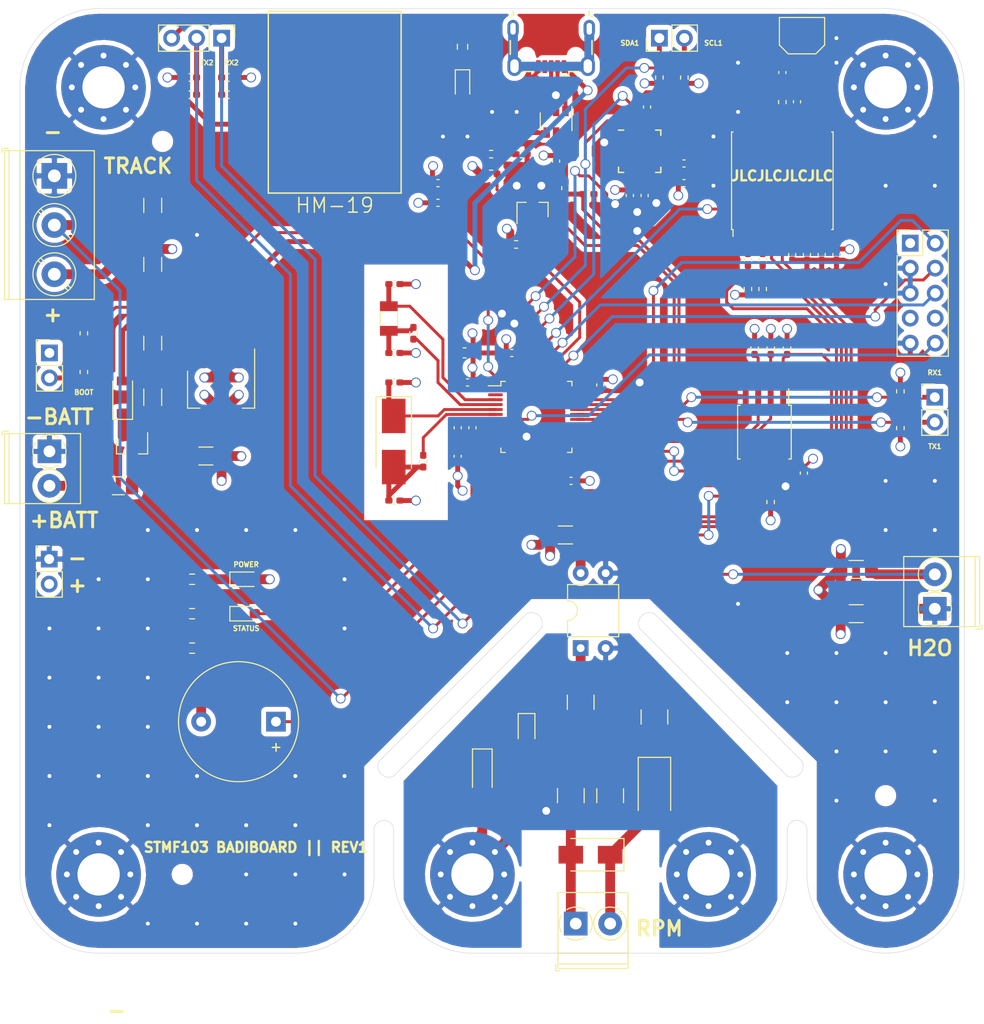
<source format=kicad_pcb>
(kicad_pcb (version 20171130) (host pcbnew "(5.1.9)-1")
  (layers (0 F.Cu signal) (1 In1.Cu power) (2 In2.Cu power) (31 B.Cu signal) (35 F.Paste user) (37 F.SilkS user) (39 F.Mask user) (44 Edge.Cuts user))
  (net 0 "")
  (net 1 "Net-(BZ301-Pad2)")
  (net 2 BUZZER_STATUS)
  (net 3 "Net-(C201-Pad1)")
  (net 4 GND)
  (net 5 +3V3)
  (net 6 +3.3VA)
  (net 7 HSE_IN)
  (net 8 LSE_IN)
  (net 9 "Net-(C311-Pad1)")
  (net 10 "Net-(C312-Pad1)")
  (net 11 +5V)
  (net 12 "Net-(C504-Pad1)")
  (net 13 "Net-(C505-Pad1)")
  (net 14 "Net-(C702-Pad1)")
  (net 15 GND1)
  (net 16 "Net-(C805-Pad1)")
  (net 17 "Net-(D201-Pad1)")
  (net 18 "Net-(D202-Pad1)")
  (net 19 "Net-(D301-Pad1)")
  (net 20 LED_STATUS)
  (net 21 "Net-(D601-Pad1)")
  (net 22 "Net-(D601-Pad2)")
  (net 23 COIL_RPM)
  (net 24 "Net-(D702-Pad1)")
  (net 25 "Net-(D703-Pad1)")
  (net 26 "Net-(F201-Pad1)")
  (net 27 +BATT)
  (net 28 "Net-(J301-Pad2)")
  (net 29 I2C1_SCL)
  (net 30 12C1_SDA)
  (net 31 H2O_NTC+)
  (net 32 USB_CONN_D-)
  (net 33 USB_CONN_D+)
  (net 34 "Net-(J404-Pad4)")
  (net 35 "Net-(J404-Pad6)")
  (net 36 SWDIO)
  (net 37 SWCLK)
  (net 38 SWO)
  (net 39 "Net-(J405-Pad7)")
  (net 40 "Net-(J405-Pad8)")
  (net 41 NRST)
  (net 42 USART1_RX)
  (net 43 USART1_TX)
  (net 44 TRACK_SENSOR)
  (net 45 USART2_RX)
  (net 46 USART2_TX)
  (net 47 BLUETOOTH_RESET)
  (net 48 "Net-(J801-Pad1)")
  (net 49 USB_EN)
  (net 50 HSE_OUT)
  (net 51 LSE_OUT)
  (net 52 USART3_TX)
  (net 53 USART3_RX)
  (net 54 SPI2_MISO)
  (net 55 SPI2_NSS_FLASH)
  (net 56 !HOLD_FLASH)
  (net 57 !WP_FLASH)
  (net 58 BOOT0)
  (net 59 USB_D+)
  (net 60 "Net-(R601-Pad2)")
  (net 61 "Net-(R602-Pad2)")
  (net 62 "Net-(R705-Pad1)")
  (net 63 RPM_SENSOR)
  (net 64 "Net-(R801-Pad2)")
  (net 65 "Net-(R802-Pad2)")
  (net 66 "Net-(R803-Pad2)")
  (net 67 SPI2_MOSI)
  (net 68 SPI2_SCK)
  (net 69 "Net-(U302-Pad2)")
  (net 70 "Net-(U302-Pad16)")
  (net 71 GPS_ONOFF)
  (net 72 GPS_PPS)
  (net 73 USB_D-)
  (net 74 GPS_NRST)
  (net 75 "Net-(U302-Pad41)")
  (net 76 "Net-(U302-Pad45)")
  (net 77 IMU_INTERRUPT)
  (net 78 "Net-(U501-Pad6)")
  (net 79 "Net-(U501-Pad7)")
  (net 80 "Net-(U601-Pad10)")
  (net 81 "Net-(U601-Pad11)")
  (net 82 "Net-(U601-Pad13)")
  (net 83 "Net-(U601-Pad14)")
  (net 84 "Net-(U601-Pad1)")
  (net 85 "Net-(U601-Pad3)")
  (net 86 "Net-(U601-Pad5)")
  (net 87 "Net-(U601-Pad6)")
  (net 88 "Net-(U601-Pad7)")
  (net 89 "Net-(U801-Pad13)")
  (net 90 "Net-(U801-Pad15)")
  (net 91 "Net-(U801-Pad16)")
  (net 92 "Net-(U801-Pad17)")
  (net 93 "Net-(U801-Pad18)")
  (net 94 "Net-(R402-Pad2)")
  (net 95 "Net-(R401-Pad1)")
  (module Resistor_SMD:R_0402_1005Metric_Pad0.72x0.64mm_HandSolder (layer F.Cu) (at 119.9 46.79 180)
    (fp_text reference R402)
    (fp_text value 22)
    (pad 2 smd roundrect (at 0.5975 0 180) (size 0.715 0.64) (layers F.Cu F.Paste F.Mask) (net 94 "Net-(R402-Pad2)"))
    (pad 1 smd roundrect (at -0.5975 0 180) (size 0.715 0.64) (layers F.Cu F.Paste F.Mask) (net 59 USB_D+))
  )
  (module Resistor_SMD:R_0402_1005Metric_Pad0.72x0.64mm_HandSolder (layer F.Cu) (at 127.46 50.25 270)
    (fp_text reference R401)
    (fp_text value 22)
    (pad 2 smd roundrect (at 0.5975 0 270) (size 0.715 0.64) (layers F.Cu F.Paste F.Mask) (net 73 USB_D-))
    (pad 1 smd roundrect (at -0.5975 0 270) (size 0.715 0.64) (layers F.Cu F.Paste F.Mask) (net 95 "Net-(R401-Pad1)"))
  )
  (module Package_TO_SOT_SMD:SOT-23 (layer F.Cu) (at 124.11 52.45 90)
    (fp_text reference Q301)
    (fp_text value BSS123)
    (pad 3 smd rect (at 1 0 90) (size 0.9 0.8) (layers F.Cu F.Paste F.Mask) (net 59 USB_D+))
    (pad 2 smd rect (at -1 0.95 90) (size 0.9 0.8) (layers F.Cu F.Paste F.Mask) (net 4 GND))
    (pad 1 smd rect (at -1 -0.95 90) (size 0.9 0.8) (layers F.Cu F.Paste F.Mask) (net 49 USB_EN))
  )
  (module Capacitor_SMD:C_0402_1005Metric_Pad0.74x0.62mm_HandSolder (layer F.Cu) (at 122.9875 46.8)
    (fp_text reference C403)
    (fp_text value 47p)
    (pad 2 smd roundrect (at 0.5675 0) (size 0.735 0.62) (layers F.Cu F.Paste F.Mask) (net 4 GND))
    (pad 1 smd roundrect (at -0.5675 0) (size 0.735 0.62) (layers F.Cu F.Paste F.Mask) (net 59 USB_D+))
  )
  (module Capacitor_SMD:C_0402_1005Metric_Pad0.74x0.62mm_HandSolder (layer F.Cu) (at 129.78 50.85)
    (fp_text reference C402)
    (fp_text value 47p)
    (pad 2 smd roundrect (at 0.5675 0) (size 0.735 0.62) (layers F.Cu F.Paste F.Mask) (net 4 GND))
    (pad 1 smd roundrect (at -0.5675 0) (size 0.735 0.62) (layers F.Cu F.Paste F.Mask) (net 73 USB_D-))
  )
  (module Resistor_SMD:R_1206_3216Metric_Pad1.30x1.75mm_HandSolder (layer F.Cu) (at 127.45 85.5)
    (fp_text reference R706)
    (fp_text value 10K)
    (pad 2 smd roundrect (at 1.55 0) (size 1.3 1.75) (layers F.Cu F.Paste F.Mask) (roundrect_rratio 0.1923076923076923) (net 63 RPM_SENSOR))
    (pad 1 smd roundrect (at -1.55 0) (size 1.3 1.75) (layers F.Cu F.Paste F.Mask) (roundrect_rratio 0.1923076923076923) (net 5 +3V3))
  )
  (module Resistor_SMD:R_1210_3225Metric_Pad1.30x2.65mm_HandSolder (layer F.Cu) (at 129 102.5 270)
    (fp_text reference R705)
    (fp_text value 100)
    (pad 2 smd roundrect (at 1.55 0 270) (size 1.3 2.65) (layers F.Cu F.Paste F.Mask) (roundrect_rratio 0.1923076923076923) (net 25 "Net-(D703-Pad1)"))
    (pad 1 smd roundrect (at -1.55 0 270) (size 1.3 2.65) (layers F.Cu F.Paste F.Mask) (roundrect_rratio 0.1923076923076923) (net 62 "Net-(R705-Pad1)"))
  )
  (module Resistor_SMD:R_1210_3225Metric_Pad1.30x2.65mm_HandSolder (layer F.Cu) (at 128 112 270)
    (fp_text reference R704)
    (fp_text value 10K)
    (pad 2 smd roundrect (at 1.55 0 270) (size 1.3 2.65) (layers F.Cu F.Paste F.Mask) (roundrect_rratio 0.1923076923076923) (net 15 GND1))
    (pad 1 smd roundrect (at -1.55 0 270) (size 1.3 2.65) (layers F.Cu F.Paste F.Mask) (roundrect_rratio 0.1923076923076923) (net 14 "Net-(C702-Pad1)"))
  )
  (module Resistor_SMD:R_1210_3225Metric_Pad1.30x2.65mm_HandSolder (layer F.Cu) (at 136.5 104 270)
    (fp_text reference R703)
    (fp_text value 4k7)
    (pad 2 smd roundrect (at 1.55 0 270) (size 1.3 2.65) (layers F.Cu F.Paste F.Mask) (roundrect_rratio 0.1923076923076923) (net 24 "Net-(D702-Pad1)"))
    (pad 1 smd roundrect (at -1.55 0 270) (size 1.3 2.65) (layers F.Cu F.Paste F.Mask) (roundrect_rratio 0.1923076923076923) (net 14 "Net-(C702-Pad1)"))
  )
  (module Capacitor_SMD:C_1206_3216Metric_Pad1.33x1.80mm_HandSolder (layer F.Cu) (at 85.5 58 270)
    (fp_text reference C703)
    (fp_text value 10u)
    (pad 2 smd roundrect (at 1.5625 0 270) (size 1.325 1.8) (layers F.Cu F.Paste F.Mask) (roundrect_rratio 0.1886784905660377) (net 4 GND))
    (pad 1 smd roundrect (at -1.5625 0 270) (size 1.325 1.8) (layers F.Cu F.Paste F.Mask) (roundrect_rratio 0.1886784905660377) (net 5 +3V3))
  )
  (module Capacitor_SMD:C_1210_3225Metric_Pad1.33x2.70mm_HandSolder (layer F.Cu) (at 132 112 270)
    (fp_text reference C702)
    (fp_text value 220n)
    (pad 2 smd roundrect (at 1.5625 0 270) (size 1.325 2.7) (layers F.Cu F.Paste F.Mask) (roundrect_rratio 0.1886784905660377) (net 15 GND1))
    (pad 1 smd roundrect (at -1.5625 0 270) (size 1.325 2.7) (layers F.Cu F.Paste F.Mask) (roundrect_rratio 0.1886784905660377) (net 14 "Net-(C702-Pad1)"))
  )
  (module Capacitor_SMD:C_1206_3216Metric_Pad1.33x1.80mm_HandSolder (layer F.Cu) (at 157 93.5)
    (fp_text reference C701)
    (fp_text value 10u)
    (pad 2 smd roundrect (at 1.5625 0) (size 1.325 1.8) (layers F.Cu F.Paste F.Mask) (roundrect_rratio 0.1886784905660377) (net 4 GND))
    (pad 1 smd roundrect (at -1.5625 0) (size 1.325 1.8) (layers F.Cu F.Paste F.Mask) (roundrect_rratio 0.1886784905660377) (net 5 +3V3))
  )
  (module Resistor_SMD:R_0402_1005Metric_Pad0.72x0.64mm_HandSolder (layer F.Cu) (at 149.5 41.5 270)
    (fp_text reference R803)
    (fp_text value 10)
    (pad 2 smd roundrect (at 0.5975 0 270) (size 0.715 0.64) (layers F.Cu F.Paste F.Mask) (net 66 "Net-(R803-Pad2)"))
    (pad 1 smd roundrect (at -0.5975 0 270) (size 0.715 0.64) (layers F.Cu F.Paste F.Mask) (net 16 "Net-(C805-Pad1)"))
  )
  (module Resistor_SMD:R_0402_1005Metric_Pad0.72x0.64mm_HandSolder (layer F.Cu) (at 147.5 57.5 90)
    (fp_text reference R802)
    (fp_text value 0)
    (pad 2 smd roundrect (at 0.5975 0 90) (size 0.715 0.64) (layers F.Cu F.Paste F.Mask) (net 65 "Net-(R802-Pad2)"))
    (pad 1 smd roundrect (at -0.5975 0 90) (size 0.715 0.64) (layers F.Cu F.Paste F.Mask) (net 52 USART3_TX))
  )
  (module Resistor_SMD:R_0402_1005Metric_Pad0.72x0.64mm_HandSolder (layer F.Cu) (at 146 57.5 90)
    (fp_text reference R801)
    (fp_text value 0)
    (pad 2 smd roundrect (at 0.5975 0 90) (size 0.715 0.64) (layers F.Cu F.Paste F.Mask) (net 64 "Net-(R801-Pad2)"))
    (pad 1 smd roundrect (at -0.5975 0 90) (size 0.715 0.64) (layers F.Cu F.Paste F.Mask) (net 53 USART3_RX))
  )
  (module Resistor_SMD:R_1206_3216Metric_Pad1.30x1.75mm_HandSolder (layer F.Cu) (at 157 89)
    (fp_text reference R702)
    (fp_text value 10K)
    (pad 2 smd roundrect (at 1.55 0) (size 1.3 1.75) (layers F.Cu F.Paste F.Mask) (roundrect_rratio 0.1923076923076923) (net 31 H2O_NTC+))
    (pad 1 smd roundrect (at -1.55 0) (size 1.3 1.75) (layers F.Cu F.Paste F.Mask) (roundrect_rratio 0.1923076923076923) (net 5 +3V3))
  )
  (module Resistor_SMD:R_1206_3216Metric_Pad1.30x1.75mm_HandSolder (layer F.Cu) (at 85.5 52 90)
    (fp_text reference R701)
    (fp_text value 10K)
    (pad 2 smd roundrect (at 1.55 0 90) (size 1.3 1.75) (layers F.Cu F.Paste F.Mask) (roundrect_rratio 0.1923076923076923) (net 44 TRACK_SENSOR))
    (pad 1 smd roundrect (at -1.55 0 90) (size 1.3 1.75) (layers F.Cu F.Paste F.Mask) (roundrect_rratio 0.1923076923076923) (net 5 +3V3))
  )
  (module Inductor_SMD:L_1206_3216Metric_Pad1.22x1.90mm_HandSolder (layer F.Cu) (at 85.5 71.5 270)
    (fp_text reference FB201)
    (fp_text value "600 @ 600 MHz")
    (pad 2 smd roundrect (at 1.6625 0 270) (size 1.225 1.9) (layers F.Cu F.Paste F.Mask) (roundrect_rratio 0.2040816326530612) (net 17 "Net-(D201-Pad1)"))
    (pad 1 smd roundrect (at -1.6625 0 270) (size 1.225 1.9) (layers F.Cu F.Paste F.Mask) (roundrect_rratio 0.2040816326530612) (net 3 "Net-(C201-Pad1)"))
  )
  (module Crystal:Crystal_SMD_5032-2Pin_5.0x3.2mm_HandSoldering (layer F.Cu) (at 110 76 270)
    (fp_text reference Y301)
    (fp_text value 8Mhz)
    (pad 2 smd rect (at 2.6 0 270) (size 3.5 2.4) (layers F.Cu F.Paste F.Mask) (net 9 "Net-(C311-Pad1)"))
    (pad 1 smd rect (at -2.6 0 270) (size 3.5 2.4) (layers F.Cu F.Paste F.Mask) (net 7 HSE_IN))
  )
  (module Inductor_SMD:L_0402_1005Metric_Pad0.77x0.64mm_HandSolder (layer F.Cu) (at 149.5 38.5 90)
    (fp_text reference L801)
    (fp_text value 100n)
    (pad 2 smd roundrect (at 0.5725 0 90) (size 0.765 0.64) (layers F.Cu F.Paste F.Mask) (net 48 "Net-(J801-Pad1)"))
    (pad 1 smd roundrect (at -0.5725 0 90) (size 0.765 0.64) (layers F.Cu F.Paste F.Mask) (net 16 "Net-(C805-Pad1)"))
  )
  (module Inductor_SMD:L_0402_1005Metric_Pad0.77x0.64mm_HandSolder (layer F.Cu) (at 116.5 77.5 90)
    (fp_text reference L301)
    (fp_text value 39n)
    (pad 2 smd roundrect (at 0.5725 0 90) (size 0.765 0.64) (layers F.Cu F.Paste F.Mask) (net 6 +3.3VA))
    (pad 1 smd roundrect (at -0.5725 0 90) (size 0.765 0.64) (layers F.Cu F.Paste F.Mask) (net 5 +3V3))
  )
  (module MyFootprints:BWIPX-1-001E (layer F.Cu) (at 151.5 34.3 270)
    (fp_text reference J801)
    (fp_text value Conn_Coaxial)
    (pad 1 smd rect (at 1.5 0 270) (size 1 1) (layers F.Cu F.Paste F.Mask) (net 48 "Net-(J801-Pad1)"))
    (pad 2 smd rect (at 0 -1.475 270) (size 2.2 1.05) (layers F.Cu F.Paste F.Mask) (net 4 GND))
    (pad 2 smd rect (at 0 1.475 270) (size 2.2 1.05) (layers F.Cu F.Paste F.Mask) (net 4 GND))
  )
  (module MyFootprints:JLCPCB-Tooling-Hole (layer F.Cu) (at 160 114.5)
    (fp_text reference H309)
    (fp_text value MountingHole)
    (pad "" np_thru_hole circle (at 0 -2.5) (size 1.152 1.152) (drill 1.152) (layers *.Cu *.Mask))
  )
  (module MyFootprints:JLCPCB-Tooling-Hole (layer F.Cu) (at 86.5 48)
    (fp_text reference H308)
    (fp_text value MountingHole)
    (pad "" np_thru_hole circle (at 0 -2.5) (size 1.152 1.152) (drill 1.152) (layers *.Cu *.Mask))
  )
  (module MyFootprints:JLCPCB-Tooling-Hole (layer F.Cu) (at 88.5 122.5)
    (fp_text reference H307)
    (fp_text value MountingHole)
    (pad "" np_thru_hole circle (at 0 -2.5) (size 1.152 1.152) (drill 1.152) (layers *.Cu *.Mask))
  )
  (module MountingHole:MountingHole_4.3mm_M4_Pad_Via (layer F.Cu) (at 80.5 40)
    (fp_text reference H301)
    (fp_text value MountingHole_Pad)
    (pad 1 thru_hole circle (at 2.280419 -2.280419) (size 0.9 0.9) (drill 0.6) (layers *.Cu *.Mask) (net 4 GND))
    (pad 1 thru_hole circle (at 0 -3.225) (size 0.9 0.9) (drill 0.6) (layers *.Cu *.Mask) (net 4 GND))
    (pad 1 thru_hole circle (at -2.280419 -2.280419) (size 0.9 0.9) (drill 0.6) (layers *.Cu *.Mask) (net 4 GND))
    (pad 1 thru_hole circle (at -3.225 0) (size 0.9 0.9) (drill 0.6) (layers *.Cu *.Mask) (net 4 GND))
    (pad 1 thru_hole circle (at -2.280419 2.280419) (size 0.9 0.9) (drill 0.6) (layers *.Cu *.Mask) (net 4 GND))
    (pad 1 thru_hole circle (at 0 3.225) (size 0.9 0.9) (drill 0.6) (layers *.Cu *.Mask) (net 4 GND))
    (pad 1 thru_hole circle (at 2.280419 2.280419) (size 0.9 0.9) (drill 0.6) (layers *.Cu *.Mask) (net 4 GND))
    (pad 1 thru_hole circle (at 3.225 0) (size 0.9 0.9) (drill 0.6) (layers *.Cu *.Mask) (net 4 GND))
    (pad 1 thru_hole circle (at 0 0) (size 8.6 8.6) (drill 4.3) (layers *.Cu *.Mask) (net 4 GND))
  )
  (module Capacitor_SMD:C_1206_3216Metric_Pad1.33x1.80mm_HandSolder (layer F.Cu) (at 85.5 66 90)
    (fp_text reference C201)
    (fp_text value 100n)
    (pad 1 smd roundrect (at -1.5625 0 90) (size 1.325 1.8) (layers F.Cu F.Paste F.Mask) (roundrect_rratio 0.1886784905660377) (net 3 "Net-(C201-Pad1)"))
    (pad 2 smd roundrect (at 1.5625 0 90) (size 1.325 1.8) (layers F.Cu F.Paste F.Mask) (roundrect_rratio 0.1886784905660377) (net 4 GND))
  )
  (module Capacitor_SMD:C_1206_3216Metric_Pad1.33x1.80mm_HandSolder (layer F.Cu) (at 90.9 77.475 180)
    (fp_text reference C202)
    (fp_text value 10u)
    (pad 2 smd roundrect (at 1.5625 0 180) (size 1.325 1.8) (layers F.Cu F.Paste F.Mask) (roundrect_rratio 0.1886784905660377) (net 4 GND))
    (pad 1 smd roundrect (at -1.5625 0 180) (size 1.325 1.8) (layers F.Cu F.Paste F.Mask) (roundrect_rratio 0.1886784905660377) (net 5 +3V3))
  )
  (module Capacitor_SMD:C_0603_1608Metric_Pad1.08x0.95mm_HandSolder (layer F.Cu) (at 117.2 66.99 180)
    (fp_text reference C301)
    (fp_text value 4u7)
    (pad 1 smd roundrect (at -0.8625 0 180) (size 1.075 0.95) (layers F.Cu F.Paste F.Mask) (net 5 +3V3))
    (pad 2 smd roundrect (at 0.8625 0 180) (size 1.075 0.95) (layers F.Cu F.Paste F.Mask) (net 4 GND))
  )
  (module Capacitor_SMD:C_0402_1005Metric_Pad0.74x0.62mm_HandSolder (layer F.Cu) (at 117.5 70 180)
    (fp_text reference C302)
    (fp_text value 100n)
    (pad 1 smd roundrect (at -0.5675 0 180) (size 0.735 0.62) (layers F.Cu F.Paste F.Mask) (net 5 +3V3))
    (pad 2 smd roundrect (at 0.5675 0 180) (size 0.735 0.62) (layers F.Cu F.Paste F.Mask) (net 4 GND))
  )
  (module Capacitor_SMD:C_0402_1005Metric_Pad0.74x0.62mm_HandSolder (layer F.Cu) (at 122 67)
    (fp_text reference C303)
    (fp_text value 100n)
    (pad 2 smd roundrect (at 0.5675 0) (size 0.735 0.62) (layers F.Cu F.Paste F.Mask) (net 4 GND))
    (pad 1 smd roundrect (at -0.5675 0) (size 0.735 0.62) (layers F.Cu F.Paste F.Mask) (net 5 +3V3))
  )
  (module Capacitor_SMD:C_0402_1005Metric_Pad0.74x0.62mm_HandSolder (layer F.Cu) (at 131 70.25 270)
    (fp_text reference C304)
    (fp_text value 100n)
    (pad 1 smd roundrect (at -0.5675 0 270) (size 0.735 0.62) (layers F.Cu F.Paste F.Mask) (net 5 +3V3))
    (pad 2 smd roundrect (at 0.5675 0 270) (size 0.735 0.62) (layers F.Cu F.Paste F.Mask) (net 4 GND))
  )
  (module Capacitor_SMD:C_0402_1005Metric_Pad0.74x0.62mm_HandSolder (layer F.Cu) (at 128.02 80 180)
    (fp_text reference C305)
    (fp_text value 100n)
    (pad 2 smd roundrect (at 0.5675 0 180) (size 0.735 0.62) (layers F.Cu F.Paste F.Mask) (net 4 GND))
    (pad 1 smd roundrect (at -0.5675 0 180) (size 0.735 0.62) (layers F.Cu F.Paste F.Mask) (net 5 +3V3))
  )
  (module Capacitor_SMD:C_0402_1005Metric_Pad0.74x0.62mm_HandSolder (layer F.Cu) (at 116.5 74.6 90)
    (fp_text reference C306)
    (fp_text value 1u)
    (pad 1 smd roundrect (at -0.5675 0 90) (size 0.735 0.62) (layers F.Cu F.Paste F.Mask) (net 6 +3.3VA))
    (pad 2 smd roundrect (at 0.5675 0 90) (size 0.735 0.62) (layers F.Cu F.Paste F.Mask) (net 4 GND))
  )
  (module Capacitor_SMD:C_0402_1005Metric_Pad0.74x0.62mm_HandSolder (layer F.Cu) (at 118 74.6 90)
    (fp_text reference C307)
    (fp_text value 10n)
    (pad 2 smd roundrect (at 0.5675 0 90) (size 0.735 0.62) (layers F.Cu F.Paste F.Mask) (net 4 GND))
    (pad 1 smd roundrect (at -0.5675 0 90) (size 0.735 0.62) (layers F.Cu F.Paste F.Mask) (net 6 +3.3VA))
  )
  (module Capacitor_SMD:C_0402_1005Metric_Pad0.74x0.62mm_HandSolder (layer F.Cu) (at 151.69 79.21 270)
    (fp_text reference C308)
    (fp_text value 100n)
    (pad 2 smd roundrect (at 0.5675 0 270) (size 0.735 0.62) (layers F.Cu F.Paste F.Mask) (net 4 GND))
    (pad 1 smd roundrect (at -0.5675 0 270) (size 0.735 0.62) (layers F.Cu F.Paste F.Mask) (net 5 +3V3))
  )
  (module Capacitor_SMD:C_0402_1005Metric_Pad0.74x0.62mm_HandSolder (layer F.Cu) (at 110.07 70)
    (fp_text reference C309)
    (fp_text value 12p)
    (pad 1 smd roundrect (at -0.5675 0) (size 0.735 0.62) (layers F.Cu F.Paste F.Mask) (net 7 HSE_IN))
    (pad 2 smd roundrect (at 0.5675 0) (size 0.735 0.62) (layers F.Cu F.Paste F.Mask) (net 4 GND))
  )
  (module Capacitor_SMD:C_0402_1005Metric_Pad0.74x0.62mm_HandSolder (layer F.Cu) (at 110.07 60)
    (fp_text reference C310)
    (fp_text value 6.8p)
    (pad 1 smd roundrect (at -0.5675 0) (size 0.735 0.62) (layers F.Cu F.Paste F.Mask) (net 8 LSE_IN))
    (pad 2 smd roundrect (at 0.5675 0) (size 0.735 0.62) (layers F.Cu F.Paste F.Mask) (net 4 GND))
  )
  (module Capacitor_SMD:C_0402_1005Metric_Pad0.74x0.62mm_HandSolder (layer F.Cu) (at 110.07 82)
    (fp_text reference C311)
    (fp_text value 12p)
    (pad 2 smd roundrect (at 0.5675 0) (size 0.735 0.62) (layers F.Cu F.Paste F.Mask) (net 4 GND))
    (pad 1 smd roundrect (at -0.5675 0) (size 0.735 0.62) (layers F.Cu F.Paste F.Mask) (net 9 "Net-(C311-Pad1)"))
  )
  (module Capacitor_SMD:C_0402_1005Metric_Pad0.74x0.62mm_HandSolder (layer F.Cu) (at 110.07 67)
    (fp_text reference C312)
    (fp_text value 6.8p)
    (pad 2 smd roundrect (at 0.5675 0) (size 0.735 0.62) (layers F.Cu F.Paste F.Mask) (net 4 GND))
    (pad 1 smd roundrect (at -0.5675 0) (size 0.735 0.62) (layers F.Cu F.Paste F.Mask) (net 10 "Net-(C312-Pad1)"))
  )
  (module Capacitor_SMD:C_0402_1005Metric_Pad0.74x0.62mm_HandSolder (layer F.Cu) (at 126.5 47.5 270)
    (fp_text reference C401)
    (fp_text value 100n)
    (pad 2 smd roundrect (at 0.5675 0 270) (size 0.735 0.62) (layers F.Cu F.Paste F.Mask) (net 4 GND))
    (pad 1 smd roundrect (at -0.5675 0 270) (size 0.735 0.62) (layers F.Cu F.Paste F.Mask) (net 5 +3V3))
  )
  (module Capacitor_SMD:C_0402_1005Metric_Pad0.74x0.62mm_HandSolder (layer F.Cu) (at 139.5 49.74)
    (fp_text reference C501)
    (fp_text value 10u)
    (pad 1 smd roundrect (at -0.5675 0) (size 0.735 0.62) (layers F.Cu F.Paste F.Mask) (net 5 +3V3))
    (pad 2 smd roundrect (at 0.5675 0) (size 0.735 0.62) (layers F.Cu F.Paste F.Mask) (net 4 GND))
  )
  (module Capacitor_SMD:C_0402_1005Metric_Pad0.74x0.62mm_HandSolder (layer F.Cu) (at 134 51 270)
    (fp_text reference C502)
    (fp_text value 100n)
    (pad 2 smd roundrect (at 0.5675 0 270) (size 0.735 0.62) (layers F.Cu F.Paste F.Mask) (net 4 GND))
    (pad 1 smd roundrect (at -0.5675 0 270) (size 0.735 0.62) (layers F.Cu F.Paste F.Mask) (net 5 +3V3))
  )
  (module Capacitor_SMD:C_0402_1005Metric_Pad0.74x0.62mm_HandSolder (layer F.Cu) (at 139.5 47.74)
    (fp_text reference C503)
    (fp_text value 100n)
    (pad 1 smd roundrect (at -0.5675 0) (size 0.735 0.62) (layers F.Cu F.Paste F.Mask) (net 5 +3V3))
    (pad 2 smd roundrect (at 0.5675 0) (size 0.735 0.62) (layers F.Cu F.Paste F.Mask) (net 4 GND))
  )
  (module Capacitor_SMD:C_0402_1005Metric_Pad0.74x0.62mm_HandSolder (layer F.Cu) (at 135.5 51 270)
    (fp_text reference C504)
    (fp_text value 100n)
    (pad 2 smd roundrect (at 0.5675 0 270) (size 0.735 0.62) (layers F.Cu F.Paste F.Mask) (net 4 GND))
    (pad 1 smd roundrect (at -0.5675 0 270) (size 0.735 0.62) (layers F.Cu F.Paste F.Mask) (net 12 "Net-(C504-Pad1)"))
  )
  (module Capacitor_SMD:C_0402_1005Metric_Pad0.74x0.62mm_HandSolder (layer F.Cu) (at 135.75 42 90)
    (fp_text reference C505)
    (fp_text value 2n2)
    (pad 1 smd roundrect (at -0.5675 0 90) (size 0.735 0.62) (layers F.Cu F.Paste F.Mask) (net 13 "Net-(C505-Pad1)"))
    (pad 2 smd roundrect (at 0.5675 0 90) (size 0.735 0.62) (layers F.Cu F.Paste F.Mask) (net 4 GND))
  )
  (module Capacitor_SMD:C_0402_1005Metric_Pad0.74x0.62mm_HandSolder (layer F.Cu) (at 114.5 49.74)
    (fp_text reference C601)
    (fp_text value 10u)
    (pad 2 smd roundrect (at 0.5675 0) (size 0.735 0.62) (layers F.Cu F.Paste F.Mask) (net 4 GND))
    (pad 1 smd roundrect (at -0.5675 0) (size 0.735 0.62) (layers F.Cu F.Paste F.Mask) (net 5 +3V3))
  )
  (module Capacitor_SMD:C_0402_1005Metric_Pad0.74x0.62mm_HandSolder (layer F.Cu) (at 114.5 51.74)
    (fp_text reference C602)
    (fp_text value 100n)
    (pad 1 smd roundrect (at -0.5675 0) (size 0.735 0.62) (layers F.Cu F.Paste F.Mask) (net 5 +3V3))
    (pad 2 smd roundrect (at 0.5675 0) (size 0.735 0.62) (layers F.Cu F.Paste F.Mask) (net 4 GND))
  )
  (module Capacitor_SMD:C_0402_1005Metric_Pad0.74x0.62mm_HandSolder (layer F.Cu) (at 155 57 270)
    (fp_text reference C801)
    (fp_text value 10u)
    (pad 1 smd roundrect (at -0.5675 0 270) (size 0.735 0.62) (layers F.Cu F.Paste F.Mask) (net 5 +3V3))
    (pad 2 smd roundrect (at 0.5675 0 270) (size 0.735 0.62) (layers F.Cu F.Paste F.Mask) (net 4 GND))
  )
  (module Capacitor_SMD:C_0402_1005Metric_Pad0.74x0.62mm_HandSolder (layer F.Cu) (at 150.5 57 270)
    (fp_text reference C802)
    (fp_text value 100n)
    (pad 2 smd roundrect (at 0.5675 0 270) (size 0.735 0.62) (layers F.Cu F.Paste F.Mask) (net 4 GND))
    (pad 1 smd roundrect (at -0.5675 0 270) (size 0.735 0.62) (layers F.Cu F.Paste F.Mask) (net 5 +3V3))
  )
  (module Capacitor_SMD:C_0402_1005Metric_Pad0.74x0.62mm_HandSolder (layer F.Cu) (at 152 57 270)
    (fp_text reference C803)
    (fp_text value 100n)
    (pad 1 smd roundrect (at -0.5675 0 270) (size 0.735 0.62) (layers F.Cu F.Paste F.Mask) (net 5 +3V3))
    (pad 2 smd roundrect (at 0.5675 0 270) (size 0.735 0.62) (layers F.Cu F.Paste F.Mask) (net 4 GND))
  )
  (module Capacitor_SMD:C_0402_1005Metric_Pad0.74x0.62mm_HandSolder (layer F.Cu) (at 153.5 57 270)
    (fp_text reference C804)
    (fp_text value 100n)
    (pad 2 smd roundrect (at 0.5675 0 270) (size 0.735 0.62) (layers F.Cu F.Paste F.Mask) (net 4 GND))
    (pad 1 smd roundrect (at -0.5675 0 270) (size 0.735 0.62) (layers F.Cu F.Paste F.Mask) (net 5 +3V3))
  )
  (module Capacitor_SMD:C_0402_1005Metric_Pad0.74x0.62mm_HandSolder (layer F.Cu) (at 150.99 41.47 270)
    (fp_text reference C805)
    (fp_text value 10n)
    (pad 1 smd roundrect (at -0.5675 0 270) (size 0.735 0.62) (layers F.Cu F.Paste F.Mask) (net 16 "Net-(C805-Pad1)"))
    (pad 2 smd roundrect (at 0.5675 0 270) (size 0.735 0.62) (layers F.Cu F.Paste F.Mask) (net 4 GND))
  )
  (module Diode_SMD:D_SOD-123 (layer F.Cu) (at 82.45 71.5 90)
    (fp_text reference D201)
    (fp_text value B5819W)
    (pad 2 smd rect (at 1.65 0 90) (size 0.9 1.2) (layers F.Cu F.Paste F.Mask) (net 11 +5V))
    (pad 1 smd rect (at -1.65 0 90) (size 0.9 1.2) (layers F.Cu F.Paste F.Mask) (net 17 "Net-(D201-Pad1)"))
  )
  (module LED_SMD:LED_0603_1608Metric_Pad1.05x0.95mm_HandSolder (layer F.Cu) (at 95 90)
    (fp_text reference D202)
    (fp_text value GREEN)
    (pad 2 smd roundrect (at 0.875 0) (size 1.05 0.95) (layers F.Cu F.Paste F.Mask) (net 5 +3V3))
    (pad 1 smd roundrect (at -0.875 0) (size 1.05 0.95) (layers F.Cu F.Paste F.Mask) (net 18 "Net-(D202-Pad1)"))
  )
  (module LED_SMD:LED_0603_1608Metric_Pad1.05x0.95mm_HandSolder (layer F.Cu) (at 95 93.5)
    (fp_text reference D301)
    (fp_text value BLUE)
    (pad 1 smd roundrect (at -0.875 0) (size 1.05 0.95) (layers F.Cu F.Paste F.Mask) (net 19 "Net-(D301-Pad1)"))
    (pad 2 smd roundrect (at 0.875 0) (size 1.05 0.95) (layers F.Cu F.Paste F.Mask) (net 20 LED_STATUS))
  )
  (module LED_SMD:LED_0603_1608Metric_Pad1.05x0.95mm_HandSolder (layer F.Cu) (at 116.99 39.88 270)
    (fp_text reference D601)
    (fp_text value RED)
    (pad 1 smd roundrect (at -0.875 0 270) (size 1.05 0.95) (layers F.Cu F.Paste F.Mask) (net 21 "Net-(D601-Pad1)"))
    (pad 2 smd roundrect (at 0.875 0 270) (size 1.05 0.95) (layers F.Cu F.Paste F.Mask) (net 22 "Net-(D601-Pad2)"))
  )
  (module Diode_SMD:D_SMA (layer F.Cu) (at 130 118 180)
    (fp_text reference D701)
    (fp_text value 1N4007F)
    (pad 2 smd rect (at 2 0 180) (size 2.5 1.8) (layers F.Cu F.Paste F.Mask) (net 15 GND1))
    (pad 1 smd rect (at -2 0 180) (size 2.5 1.8) (layers F.Cu F.Paste F.Mask) (net 23 COIL_RPM))
  )
  (module Diode_SMD:D_SMA (layer F.Cu) (at 136.5 111.5 270)
    (fp_text reference D702)
    (fp_text value 1N4007F)
    (pad 1 smd rect (at -2 0 270) (size 2.5 1.8) (layers F.Cu F.Paste F.Mask) (net 24 "Net-(D702-Pad1)"))
    (pad 2 smd rect (at 2 0 270) (size 2.5 1.8) (layers F.Cu F.Paste F.Mask) (net 23 COIL_RPM))
  )
  (module Diode_SMD:D_SOD-323F (layer F.Cu) (at 123.5 105.15 270)
    (fp_text reference D703)
    (fp_text value 1N4148WS)
    (pad 1 smd rect (at -1.1 0 270) (size 0.5 0.5) (layers F.Cu F.Paste F.Mask) (net 25 "Net-(D703-Pad1)"))
    (pad 2 smd rect (at 1.1 0 270) (size 0.5 0.5) (layers F.Cu F.Paste F.Mask) (net 14 "Net-(C702-Pad1)"))
  )
  (module Diode_SMD:D_SOD-123 (layer F.Cu) (at 119 109.5 270)
    (fp_text reference D704)
    (fp_text value 5v1)
    (pad 1 smd rect (at -1.65 0 270) (size 0.9 1.2) (layers F.Cu F.Paste F.Mask) (net 25 "Net-(D703-Pad1)"))
    (pad 2 smd rect (at 1.65 0 270) (size 0.9 1.2) (layers F.Cu F.Paste F.Mask) (net 15 GND1))
  )
  (module Fuse:Fuse_1206_3216Metric (layer F.Cu) (at 82 80.5 180)
    (fp_text reference F201)
    (fp_text value 500mA)
    (pad 1 smd roundrect (at -1.4 0 180) (size 1.25 1.75) (layers F.Cu F.Paste F.Mask) (roundrect_rratio 0.2) (net 26 "Net-(F201-Pad1)"))
    (pad 2 smd roundrect (at 1.4 0 180) (size 1.25 1.75) (layers F.Cu F.Paste F.Mask) (roundrect_rratio 0.2) (net 27 +BATT))
  )
  (module MountingHole:MountingHole_4.3mm_M4_Pad_Via (layer F.Cu) (at 80 120)
    (fp_text reference H302)
    (fp_text value MountingHole_Pad)
    (pad 1 thru_hole circle (at 2.280419 -2.280419) (size 0.9 0.9) (drill 0.6) (layers *.Cu *.Mask) (net 4 GND))
    (pad 1 thru_hole circle (at 0 -3.225) (size 0.9 0.9) (drill 0.6) (layers *.Cu *.Mask) (net 4 GND))
    (pad 1 thru_hole circle (at -2.280419 -2.280419) (size 0.9 0.9) (drill 0.6) (layers *.Cu *.Mask) (net 4 GND))
    (pad 1 thru_hole circle (at -3.225 0) (size 0.9 0.9) (drill 0.6) (layers *.Cu *.Mask) (net 4 GND))
    (pad 1 thru_hole circle (at -2.280419 2.280419) (size 0.9 0.9) (drill 0.6) (layers *.Cu *.Mask) (net 4 GND))
    (pad 1 thru_hole circle (at 0 3.225) (size 0.9 0.9) (drill 0.6) (layers *.Cu *.Mask) (net 4 GND))
    (pad 1 thru_hole circle (at 2.280419 2.280419) (size 0.9 0.9) (drill 0.6) (layers *.Cu *.Mask) (net 4 GND))
    (pad 1 thru_hole circle (at 3.225 0) (size 0.9 0.9) (drill 0.6) (layers *.Cu *.Mask) (net 4 GND))
    (pad 1 thru_hole circle (at 0 0) (size 8.6 8.6) (drill 4.3) (layers *.Cu *.Mask) (net 4 GND))
  )
  (module MountingHole:MountingHole_4.3mm_M4_Pad_Via (layer F.Cu) (at 160 120)
    (fp_text reference H303)
    (fp_text value MountingHole_Pad)
    (pad 1 thru_hole circle (at 0 0) (size 8.6 8.6) (drill 4.3) (layers *.Cu *.Mask) (net 4 GND))
    (pad 1 thru_hole circle (at 3.225 0) (size 0.9 0.9) (drill 0.6) (layers *.Cu *.Mask) (net 4 GND))
    (pad 1 thru_hole circle (at 2.280419 2.280419) (size 0.9 0.9) (drill 0.6) (layers *.Cu *.Mask) (net 4 GND))
    (pad 1 thru_hole circle (at 0 3.225) (size 0.9 0.9) (drill 0.6) (layers *.Cu *.Mask) (net 4 GND))
    (pad 1 thru_hole circle (at -2.280419 2.280419) (size 0.9 0.9) (drill 0.6) (layers *.Cu *.Mask) (net 4 GND))
    (pad 1 thru_hole circle (at -3.225 0) (size 0.9 0.9) (drill 0.6) (layers *.Cu *.Mask) (net 4 GND))
    (pad 1 thru_hole circle (at -2.280419 -2.280419) (size 0.9 0.9) (drill 0.6) (layers *.Cu *.Mask) (net 4 GND))
    (pad 1 thru_hole circle (at 0 -3.225) (size 0.9 0.9) (drill 0.6) (layers *.Cu *.Mask) (net 4 GND))
    (pad 1 thru_hole circle (at 2.280419 -2.280419) (size 0.9 0.9) (drill 0.6) (layers *.Cu *.Mask) (net 4 GND))
  )
  (module MountingHole:MountingHole_4.3mm_M4_Pad_Via (layer F.Cu) (at 160 40)
    (fp_text reference H304)
    (fp_text value MountingHole_Pad)
    (pad 1 thru_hole circle (at 2.280419 -2.280419) (size 0.9 0.9) (drill 0.6) (layers *.Cu *.Mask) (net 4 GND))
    (pad 1 thru_hole circle (at 0 -3.225) (size 0.9 0.9) (drill 0.6) (layers *.Cu *.Mask) (net 4 GND))
    (pad 1 thru_hole circle (at -2.280419 -2.280419) (size 0.9 0.9) (drill 0.6) (layers *.Cu *.Mask) (net 4 GND))
    (pad 1 thru_hole circle (at -3.225 0) (size 0.9 0.9) (drill 0.6) (layers *.Cu *.Mask) (net 4 GND))
    (pad 1 thru_hole circle (at -2.280419 2.280419) (size 0.9 0.9) (drill 0.6) (layers *.Cu *.Mask) (net 4 GND))
    (pad 1 thru_hole circle (at 0 3.225) (size 0.9 0.9) (drill 0.6) (layers *.Cu *.Mask) (net 4 GND))
    (pad 1 thru_hole circle (at 2.280419 2.280419) (size 0.9 0.9) (drill 0.6) (layers *.Cu *.Mask) (net 4 GND))
    (pad 1 thru_hole circle (at 3.225 0) (size 0.9 0.9) (drill 0.6) (layers *.Cu *.Mask) (net 4 GND))
    (pad 1 thru_hole circle (at 0 0) (size 8.6 8.6) (drill 4.3) (layers *.Cu *.Mask) (net 4 GND))
  )
  (module MountingHole:MountingHole_4.3mm_M4_Pad_Via (layer F.Cu) (at 118 120)
    (fp_text reference H305)
    (fp_text value MountingHole_Pad)
    (pad 1 thru_hole circle (at 0 0) (size 8.6 8.6) (drill 4.3) (layers *.Cu *.Mask) (net 15 GND1))
    (pad 1 thru_hole circle (at 3.225 0) (size 0.9 0.9) (drill 0.6) (layers *.Cu *.Mask) (net 15 GND1))
    (pad 1 thru_hole circle (at 2.280419 2.280419) (size 0.9 0.9) (drill 0.6) (layers *.Cu *.Mask) (net 15 GND1))
    (pad 1 thru_hole circle (at 0 3.225) (size 0.9 0.9) (drill 0.6) (layers *.Cu *.Mask) (net 15 GND1))
    (pad 1 thru_hole circle (at -2.280419 2.280419) (size 0.9 0.9) (drill 0.6) (layers *.Cu *.Mask) (net 15 GND1))
    (pad 1 thru_hole circle (at -3.225 0) (size 0.9 0.9) (drill 0.6) (layers *.Cu *.Mask) (net 15 GND1))
    (pad 1 thru_hole circle (at -2.280419 -2.280419) (size 0.9 0.9) (drill 0.6) (layers *.Cu *.Mask) (net 15 GND1))
    (pad 1 thru_hole circle (at 0 -3.225) (size 0.9 0.9) (drill 0.6) (layers *.Cu *.Mask) (net 15 GND1))
    (pad 1 thru_hole circle (at 2.280419 -2.280419) (size 0.9 0.9) (drill 0.6) (layers *.Cu *.Mask) (net 15 GND1))
  )
  (module MountingHole:MountingHole_4.3mm_M4_Pad_Via (layer F.Cu) (at 142 120)
    (fp_text reference H306)
    (fp_text value MountingHole_Pad)
    (pad 1 thru_hole circle (at 2.280419 -2.280419) (size 0.9 0.9) (drill 0.6) (layers *.Cu *.Mask) (net 15 GND1))
    (pad 1 thru_hole circle (at 0 -3.225) (size 0.9 0.9) (drill 0.6) (layers *.Cu *.Mask) (net 15 GND1))
    (pad 1 thru_hole circle (at -2.280419 -2.280419) (size 0.9 0.9) (drill 0.6) (layers *.Cu *.Mask) (net 15 GND1))
    (pad 1 thru_hole circle (at -3.225 0) (size 0.9 0.9) (drill 0.6) (layers *.Cu *.Mask) (net 15 GND1))
    (pad 1 thru_hole circle (at -2.280419 2.280419) (size 0.9 0.9) (drill 0.6) (layers *.Cu *.Mask) (net 15 GND1))
    (pad 1 thru_hole circle (at 0 3.225) (size 0.9 0.9) (drill 0.6) (layers *.Cu *.Mask) (net 15 GND1))
    (pad 1 thru_hole circle (at 2.280419 2.280419) (size 0.9 0.9) (drill 0.6) (layers *.Cu *.Mask) (net 15 GND1))
    (pad 1 thru_hole circle (at 3.225 0) (size 0.9 0.9) (drill 0.6) (layers *.Cu *.Mask) (net 15 GND1))
    (pad 1 thru_hole circle (at 0 0) (size 8.6 8.6) (drill 4.3) (layers *.Cu *.Mask) (net 15 GND1))
  )
  (module Connector_PinHeader_2.54mm:PinHeader_1x02_P2.54mm_Vertical (layer F.Cu) (at 75 67)
    (fp_text reference J301)
    (fp_text value BOOT)
    (pad 1 thru_hole rect (at 0 0) (size 1.7 1.7) (drill 1) (layers *.Cu *.Mask) (net 5 +3V3))
    (pad 2 thru_hole oval (at 0 2.54) (size 1.7 1.7) (drill 1) (layers *.Cu *.Mask) (net 28 "Net-(J301-Pad2)"))
  )
  (module TerminalBlock_Phoenix:TerminalBlock_Phoenix_PT-1,5-2-3.5-H_1x02_P3.50mm_Horizontal (layer F.Cu) (at 75 77 270)
    (fp_text reference J401)
    (fp_text value BATTERY)
    (pad 1 thru_hole rect (at 0 0 270) (size 2.4 2.4) (drill 1.2) (layers *.Cu *.Mask) (net 4 GND))
    (pad 2 thru_hole circle (at 3.5 0 270) (size 2.4 2.4) (drill 1.2) (layers *.Cu *.Mask) (net 27 +BATT))
  )
  (module Connector_PinHeader_2.54mm:PinHeader_1x02_P2.54mm_Vertical (layer F.Cu) (at 137 35 90)
    (fp_text reference J402)
    (fp_text value I2C)
    (pad 2 thru_hole oval (at 0 2.54 90) (size 1.7 1.7) (drill 1) (layers *.Cu *.Mask) (net 29 I2C1_SCL))
    (pad 1 thru_hole rect (at 0 0 90) (size 1.7 1.7) (drill 1) (layers *.Cu *.Mask) (net 30 12C1_SDA))
  )
  (module TerminalBlock_Phoenix:TerminalBlock_Phoenix_PT-1,5-2-3.5-H_1x02_P3.50mm_Horizontal (layer F.Cu) (at 165 93 90)
    (fp_text reference J403)
    (fp_text value H2O)
    (pad 1 thru_hole rect (at 0 0 90) (size 2.4 2.4) (drill 1.2) (layers *.Cu *.Mask) (net 4 GND))
    (pad 2 thru_hole circle (at 3.5 0 90) (size 2.4 2.4) (drill 1.2) (layers *.Cu *.Mask) (net 31 H2O_NTC+))
  )
  (module Connector_USB:USB_Micro-B_Wuerth_629105150521 (layer F.Cu) (at 126 36 180)
    (fp_text reference J404)
    (fp_text value USB_B_Micro)
    (pad 1 smd rect (at -1.3 -1.9 180) (size 0.45 1.3) (layers F.Cu F.Paste F.Mask) (net 11 +5V))
    (pad 2 smd rect (at -0.65 -1.9 180) (size 0.45 1.3) (layers F.Cu F.Paste F.Mask) (net 32 USB_CONN_D-))
    (pad 3 smd rect (at 0 -1.9 180) (size 0.45 1.3) (layers F.Cu F.Paste F.Mask) (net 33 USB_CONN_D+))
    (pad 4 smd rect (at 0.65 -1.9 180) (size 0.45 1.3) (layers F.Cu F.Paste F.Mask) (net 34 "Net-(J404-Pad4)"))
    (pad 5 smd rect (at 1.3 -1.9 180) (size 0.45 1.3) (layers F.Cu F.Paste F.Mask) (net 4 GND))
    (pad 6 thru_hole oval (at -3.725 -1.85 180) (size 1.45 2) (drill oval 0.85 1.4) (layers *.Cu *.Mask) (net 35 "Net-(J404-Pad6)"))
    (pad 6 thru_hole oval (at 3.725 -1.85 180) (size 1.45 2) (drill oval 0.85 1.4) (layers *.Cu *.Mask) (net 35 "Net-(J404-Pad6)"))
    (pad 6 thru_hole oval (at -3.875 1.95 180) (size 1.15 1.8) (drill oval 0.55 1.2) (layers *.Cu *.Mask) (net 35 "Net-(J404-Pad6)"))
    (pad 6 thru_hole oval (at 3.875 1.95 180) (size 1.15 1.8) (drill oval 0.55 1.2) (layers *.Cu *.Mask) (net 35 "Net-(J404-Pad6)"))
    (pad "" np_thru_hole oval (at -2.5 -0.8 180) (size 0.8 0.8) (drill 0.8) (layers *.Cu *.Mask))
    (pad "" np_thru_hole oval (at 2.5 -0.8 180) (size 0.8 0.8) (drill 0.8) (layers *.Cu *.Mask))
  )
  (module Connector_PinHeader_2.54mm:PinHeader_2x05_P2.54mm_Vertical (layer F.Cu) (at 162.5 55.84)
    (fp_text reference J405)
    (fp_text value SWD)
    (pad 1 thru_hole rect (at 0 0) (size 1.7 1.7) (drill 1) (layers *.Cu *.Mask) (net 5 +3V3))
    (pad 2 thru_hole oval (at 2.54 0) (size 1.7 1.7) (drill 1) (layers *.Cu *.Mask) (net 36 SWDIO))
    (pad 3 thru_hole oval (at 0 2.54) (size 1.7 1.7) (drill 1) (layers *.Cu *.Mask) (net 4 GND))
    (pad 4 thru_hole oval (at 2.54 2.54) (size 1.7 1.7) (drill 1) (layers *.Cu *.Mask) (net 37 SWCLK))
    (pad 5 thru_hole oval (at 0 5.08) (size 1.7 1.7) (drill 1) (layers *.Cu *.Mask) (net 4 GND))
    (pad 6 thru_hole oval (at 2.54 5.08) (size 1.7 1.7) (drill 1) (layers *.Cu *.Mask) (net 38 SWO))
    (pad 7 thru_hole oval (at 0 7.62) (size 1.7 1.7) (drill 1) (layers *.Cu *.Mask) (net 39 "Net-(J405-Pad7)"))
    (pad 8 thru_hole oval (at 2.54 7.62) (size 1.7 1.7) (drill 1) (layers *.Cu *.Mask) (net 40 "Net-(J405-Pad8)"))
    (pad 9 thru_hole oval (at 0 10.16) (size 1.7 1.7) (drill 1) (layers *.Cu *.Mask) (net 4 GND))
    (pad 10 thru_hole oval (at 2.54 10.16) (size 1.7 1.7) (drill 1) (layers *.Cu *.Mask) (net 41 NRST))
  )
  (module Connector_PinHeader_2.54mm:PinHeader_1x02_P2.54mm_Vertical (layer F.Cu) (at 165 71.5)
    (fp_text reference J406)
    (fp_text value USART1)
    (pad 1 thru_hole rect (at 0 0) (size 1.7 1.7) (drill 1) (layers *.Cu *.Mask) (net 42 USART1_RX))
    (pad 2 thru_hole oval (at 0 2.54) (size 1.7 1.7) (drill 1) (layers *.Cu *.Mask) (net 43 USART1_TX))
  )
  (module TerminalBlock_Phoenix:TerminalBlock_Phoenix_PT-1,5-3-5.0-H_1x03_P5.00mm_Horizontal (layer F.Cu) (at 75.5 49 270)
    (fp_text reference J407)
    (fp_text value CIRCUIT_SENSOR)
    (pad 1 thru_hole rect (at 0 0 270) (size 2.6 2.6) (drill 1.3) (layers *.Cu *.Mask) (net 4 GND))
    (pad 2 thru_hole circle (at 5 0 270) (size 2.6 2.6) (drill 1.3) (layers *.Cu *.Mask) (net 44 TRACK_SENSOR))
    (pad 3 thru_hole circle (at 10 0 270) (size 2.6 2.6) (drill 1.3) (layers *.Cu *.Mask) (net 5 +3V3))
  )
  (module Connector_PinHeader_2.54mm:PinHeader_1x03_P2.54mm_Vertical (layer F.Cu) (at 92.5 35 270)
    (fp_text reference J408)
    (fp_text value BLUETOOTH)
    (pad 1 thru_hole rect (at 0 0 270) (size 1.7 1.7) (drill 1) (layers *.Cu *.Mask) (net 45 USART2_RX))
    (pad 2 thru_hole oval (at 0 2.54 270) (size 1.7 1.7) (drill 1) (layers *.Cu *.Mask) (net 46 USART2_TX))
    (pad 3 thru_hole oval (at 0 5.08 270) (size 1.7 1.7) (drill 1) (layers *.Cu *.Mask) (net 47 BLUETOOTH_RESET))
  )
  (module TerminalBlock_Phoenix:TerminalBlock_Phoenix_PT-1,5-2-3.5-H_1x02_P3.50mm_Horizontal (layer F.Cu) (at 128.5 125)
    (fp_text reference J409)
    (fp_text value RPM)
    (pad 2 thru_hole circle (at 3.5 0) (size 2.4 2.4) (drill 1.2) (layers *.Cu *.Mask) (net 23 COIL_RPM))
    (pad 1 thru_hole rect (at 0 0) (size 2.4 2.4) (drill 1.2) (layers *.Cu *.Mask) (net 15 GND1))
  )
  (module Connector_PinHeader_2.54mm:PinHeader_1x02_P2.54mm_Vertical (layer F.Cu) (at 74.975 87.95)
    (fp_text reference J410)
    (fp_text value POWER)
    (pad 2 thru_hole oval (at 0 2.54) (size 1.7 1.7) (drill 1) (layers *.Cu *.Mask) (net 5 +3V3))
    (pad 1 thru_hole rect (at 0 0) (size 1.7 1.7) (drill 1) (layers *.Cu *.Mask) (net 4 GND))
  )
  (module Package_TO_SOT_SMD:SOT-23 (layer F.Cu) (at 83.4 76.5 270)
    (fp_text reference Q201)
    (fp_text value AO3401A)
    (pad 1 smd rect (at -1 -0.95 270) (size 0.9 0.8) (layers F.Cu F.Paste F.Mask) (net 4 GND))
    (pad 2 smd rect (at -1 0.95 270) (size 0.9 0.8) (layers F.Cu F.Paste F.Mask) (net 17 "Net-(D201-Pad1)"))
    (pad 3 smd rect (at 1 0 270) (size 0.9 0.8) (layers F.Cu F.Paste F.Mask) (net 26 "Net-(F201-Pad1)"))
  )
  (module Resistor_SMD:R_0603_1608Metric_Pad0.98x0.95mm_HandSolder (layer F.Cu) (at 89.5 90 180)
    (fp_text reference R201)
    (fp_text value 1k5)
    (pad 1 smd roundrect (at -0.9125 0 180) (size 0.975 0.95) (layers F.Cu F.Paste F.Mask) (net 18 "Net-(D202-Pad1)"))
    (pad 2 smd roundrect (at 0.9125 0 180) (size 0.975 0.95) (layers F.Cu F.Paste F.Mask) (net 4 GND))
  )
  (module Resistor_SMD:R_0402_1005Metric_Pad0.72x0.64mm_HandSolder (layer F.Cu) (at 137 39 270)
    (fp_text reference R301)
    (fp_text value 2k2)
    (pad 1 smd roundrect (at -0.5975 0 270) (size 0.715 0.64) (layers F.Cu F.Paste F.Mask) (net 30 12C1_SDA))
    (pad 2 smd roundrect (at 0.5975 0 270) (size 0.715 0.64) (layers F.Cu F.Paste F.Mask) (net 5 +3V3))
  )
  (module Resistor_SMD:R_0402_1005Metric_Pad0.72x0.64mm_HandSolder (layer F.Cu) (at 139.54 39 270)
    (fp_text reference R302)
    (fp_text value 2k2)
    (pad 2 smd roundrect (at 0.5975 0 270) (size 0.715 0.64) (layers F.Cu F.Paste F.Mask) (net 5 +3V3))
    (pad 1 smd roundrect (at -0.5975 0 270) (size 0.715 0.64) (layers F.Cu F.Paste F.Mask) (net 29 I2C1_SCL))
  )
  (module Resistor_SMD:R_0402_1005Metric_Pad0.72x0.64mm_HandSolder (layer F.Cu) (at 161.5 70.9 90)
    (fp_text reference R303)
    (fp_text value 100k)
    (pad 1 smd roundrect (at -0.5975 0 90) (size 0.715 0.64) (layers F.Cu F.Paste F.Mask) (net 42 USART1_RX))
    (pad 2 smd roundrect (at 0.5975 0 90) (size 0.715 0.64) (layers F.Cu F.Paste F.Mask) (net 5 +3V3))
  )
  (module Resistor_SMD:R_0402_1005Metric_Pad0.72x0.64mm_HandSolder (layer F.Cu) (at 161.5 74.64 270)
    (fp_text reference R304)
    (fp_text value 100k)
    (pad 1 smd roundrect (at -0.5975 0 270) (size 0.715 0.64) (layers F.Cu F.Paste F.Mask) (net 43 USART1_TX))
    (pad 2 smd roundrect (at 0.5975 0 270) (size 0.715 0.64) (layers F.Cu F.Paste F.Mask) (net 5 +3V3))
  )
  (module Resistor_SMD:R_0402_1005Metric_Pad0.72x0.64mm_HandSolder (layer F.Cu) (at 113 78 90)
    (fp_text reference R305)
    (fp_text value 1k5)
    (pad 1 smd roundrect (at -0.5975 0 90) (size 0.715 0.64) (layers F.Cu F.Paste F.Mask) (net 9 "Net-(C311-Pad1)"))
    (pad 2 smd roundrect (at 0.5975 0 90) (size 0.715 0.64) (layers F.Cu F.Paste F.Mask) (net 50 HSE_OUT))
  )
  (module Resistor_SMD:R_0402_1005Metric_Pad0.72x0.64mm_HandSolder (layer F.Cu) (at 93.1 39)
    (fp_text reference R306)
    (fp_text value 100k)
    (pad 1 smd roundrect (at -0.5975 0) (size 0.715 0.64) (layers F.Cu F.Paste F.Mask) (net 45 USART2_RX))
    (pad 2 smd roundrect (at 0.5975 0) (size 0.715 0.64) (layers F.Cu F.Paste F.Mask) (net 5 +3V3))
  )
  (module Resistor_SMD:R_0402_1005Metric_Pad0.72x0.64mm_HandSolder (layer F.Cu) (at 112 65 270)
    (fp_text reference R307)
    (fp_text value 7.5k)
    (pad 1 smd roundrect (at -0.5975 0 270) (size 0.715 0.64) (layers F.Cu F.Paste F.Mask) (net 10 "Net-(C312-Pad1)"))
    (pad 2 smd roundrect (at 0.5975 0 270) (size 0.715 0.64) (layers F.Cu F.Paste F.Mask) (net 51 LSE_OUT))
  )
  (module Resistor_SMD:R_0402_1005Metric_Pad0.72x0.64mm_HandSolder (layer F.Cu) (at 89.36 39 180)
    (fp_text reference R308)
    (fp_text value 100k)
    (pad 2 smd roundrect (at 0.5975 0 180) (size 0.715 0.64) (layers F.Cu F.Paste F.Mask) (net 5 +3V3))
    (pad 1 smd roundrect (at -0.5975 0 180) (size 0.715 0.64) (layers F.Cu F.Paste F.Mask) (net 46 USART2_TX))
  )
  (module Resistor_SMD:R_0402_1005Metric_Pad0.72x0.64mm_HandSolder (layer F.Cu) (at 147.5 60.5 270)
    (fp_text reference R309)
    (fp_text value 100k)
    (pad 1 smd roundrect (at -0.5975 0 270) (size 0.715 0.64) (layers F.Cu F.Paste F.Mask) (net 52 USART3_TX))
    (pad 2 smd roundrect (at 0.5975 0 270) (size 0.715 0.64) (layers F.Cu F.Paste F.Mask) (net 5 +3V3))
  )
  (module Resistor_SMD:R_0402_1005Metric_Pad0.72x0.64mm_HandSolder (layer F.Cu) (at 146 60.5 270)
    (fp_text reference R310)
    (fp_text value 100k)
    (pad 2 smd roundrect (at 0.5975 0 270) (size 0.715 0.64) (layers F.Cu F.Paste F.Mask) (net 5 +3V3))
    (pad 1 smd roundrect (at -0.5975 0 270) (size 0.715 0.64) (layers F.Cu F.Paste F.Mask) (net 53 USART3_RX))
  )
  (module Resistor_SMD:R_0603_1608Metric_Pad0.98x0.95mm_HandSolder (layer F.Cu) (at 89.5 93.5)
    (fp_text reference R311)
    (fp_text value 1k5)
    (pad 2 smd roundrect (at 0.9125 0) (size 0.975 0.95) (layers F.Cu F.Paste F.Mask) (net 19 "Net-(D301-Pad1)"))
    (pad 1 smd roundrect (at -0.9125 0) (size 0.975 0.95) (layers F.Cu F.Paste F.Mask) (net 4 GND))
  )
  (module Resistor_SMD:R_0603_1608Metric_Pad0.98x0.95mm_HandSolder (layer F.Cu) (at 89.5 97)
    (fp_text reference R312)
    (fp_text value 100)
    (pad 2 smd roundrect (at 0.9125 0) (size 0.975 0.95) (layers F.Cu F.Paste F.Mask) (net 1 "Net-(BZ301-Pad2)"))
    (pad 1 smd roundrect (at -0.9125 0) (size 0.975 0.95) (layers F.Cu F.Paste F.Mask) (net 4 GND))
  )
  (module Resistor_SMD:R_0402_1005Metric_Pad0.72x0.64mm_HandSolder (layer F.Cu) (at 148.32 66.55 90)
    (fp_text reference R313)
    (fp_text value 100k)
    (pad 1 smd roundrect (at -0.5975 0 90) (size 0.715 0.64) (layers F.Cu F.Paste F.Mask) (net 54 SPI2_MISO))
    (pad 2 smd roundrect (at 0.5975 0 90) (size 0.715 0.64) (layers F.Cu F.Paste F.Mask) (net 5 +3V3))
  )
  (module Resistor_SMD:R_0402_1005Metric_Pad0.72x0.64mm_HandSolder (layer F.Cu) (at 149.98 66.55 90)
    (fp_text reference R314)
    (fp_text value 100k)
    (pad 2 smd roundrect (at 0.5975 0 90) (size 0.715 0.64) (layers F.Cu F.Paste F.Mask) (net 5 +3V3))
    (pad 1 smd roundrect (at -0.5975 0 90) (size 0.715 0.64) (layers F.Cu F.Paste F.Mask) (net 55 SPI2_NSS_FLASH))
  )
  (module Resistor_SMD:R_0402_1005Metric_Pad0.72x0.64mm_HandSolder (layer F.Cu) (at 148.31 82.15 270)
    (fp_text reference R315)
    (fp_text value 10k)
    (pad 1 smd roundrect (at -0.5975 0 270) (size 0.715 0.64) (layers F.Cu F.Paste F.Mask) (net 56 !HOLD_FLASH))
    (pad 2 smd roundrect (at 0.5975 0 270) (size 0.715 0.64) (layers F.Cu F.Paste F.Mask) (net 5 +3V3))
  )
  (module Resistor_SMD:R_0402_1005Metric_Pad0.72x0.64mm_HandSolder (layer F.Cu) (at 146.68 66.55 90)
    (fp_text reference R316)
    (fp_text value 10k)
    (pad 2 smd roundrect (at 0.5975 0 90) (size 0.715 0.64) (layers F.Cu F.Paste F.Mask) (net 5 +3V3))
    (pad 1 smd roundrect (at -0.5975 0 90) (size 0.715 0.64) (layers F.Cu F.Paste F.Mask) (net 57 !WP_FLASH))
  )
  (module Resistor_SMD:R_0402_1005Metric_Pad0.72x0.64mm_HandSolder (layer F.Cu) (at 78.5 68.94 270)
    (fp_text reference R317)
    (fp_text value 4k7)
    (pad 2 smd roundrect (at 0.5975 0 270) (size 0.715 0.64) (layers F.Cu F.Paste F.Mask) (net 28 "Net-(J301-Pad2)"))
    (pad 1 smd roundrect (at -0.5975 0 270) (size 0.715 0.64) (layers F.Cu F.Paste F.Mask) (net 58 BOOT0))
  )
  (module Resistor_SMD:R_0402_1005Metric_Pad0.72x0.64mm_HandSolder (layer F.Cu) (at 78.5 65 270)
    (fp_text reference R318)
    (fp_text value 10k)
    (pad 2 smd roundrect (at 0.5975 0 270) (size 0.715 0.64) (layers F.Cu F.Paste F.Mask) (net 58 BOOT0))
    (pad 1 smd roundrect (at -0.5975 0 270) (size 0.715 0.64) (layers F.Cu F.Paste F.Mask) (net 4 GND))
  )
  (module Resistor_SMD:R_0402_1005Metric_Pad0.72x0.64mm_HandSolder (layer F.Cu) (at 119.9 48.8 180)
    (fp_text reference R319)
    (fp_text value 1k5)
    (pad 2 smd roundrect (at 0.5975 0 180) (size 0.715 0.64) (layers F.Cu F.Paste F.Mask) (net 5 +3V3))
    (pad 1 smd roundrect (at -0.5975 0 180) (size 0.715 0.64) (layers F.Cu F.Paste F.Mask) (net 59 USB_D+))
  )
  (module Resistor_SMD:R_0402_1005Metric_Pad0.72x0.64mm_HandSolder (layer F.Cu) (at 122.44 55.97)
    (fp_text reference R320)
    (fp_text value 10k)
    (pad 1 smd roundrect (at -0.5975 0) (size 0.715 0.64) (layers F.Cu F.Paste F.Mask) (net 5 +3V3))
    (pad 2 smd roundrect (at 0.5975 0) (size 0.715 0.64) (layers F.Cu F.Paste F.Mask) (net 49 USB_EN))
  )
  (module Resistor_SMD:R_0402_1005Metric_Pad0.72x0.64mm_HandSolder (layer F.Cu) (at 93.1 40.75)
    (fp_text reference R601)
    (fp_text value 1k)
    (pad 2 smd roundrect (at 0.5975 0) (size 0.715 0.64) (layers F.Cu F.Paste F.Mask) (net 60 "Net-(R601-Pad2)"))
    (pad 1 smd roundrect (at -0.5975 0) (size 0.715 0.64) (layers F.Cu F.Paste F.Mask) (net 45 USART2_RX))
  )
  (module Resistor_SMD:R_0402_1005Metric_Pad0.72x0.64mm_HandSolder (layer F.Cu) (at 89.36 40.75 180)
    (fp_text reference R602)
    (fp_text value 1k)
    (pad 1 smd roundrect (at -0.5975 0 180) (size 0.715 0.64) (layers F.Cu F.Paste F.Mask) (net 46 USART2_TX))
    (pad 2 smd roundrect (at 0.5975 0 180) (size 0.715 0.64) (layers F.Cu F.Paste F.Mask) (net 61 "Net-(R602-Pad2)"))
  )
  (module Resistor_SMD:R_0603_1608Metric_Pad0.98x0.95mm_HandSolder (layer F.Cu) (at 116.99 35.88 270)
    (fp_text reference R603)
    (fp_text value 1k5)
    (pad 1 smd roundrect (at -0.9125 0 270) (size 0.975 0.95) (layers F.Cu F.Paste F.Mask) (net 4 GND))
    (pad 2 smd roundrect (at 0.9125 0 270) (size 0.975 0.95) (layers F.Cu F.Paste F.Mask) (net 21 "Net-(D601-Pad1)"))
  )
  (module Package_TO_SOT_SMD:SOT-223-3_TabPin2 (layer F.Cu) (at 92.45 70.7 270)
    (fp_text reference U201)
    (fp_text value LD1117S33TR)
    (pad 2 smd rect (at 3.15 0 270) (size 2 3.8) (layers F.Cu F.Paste F.Mask) (net 5 +3V3))
    (pad 2 smd rect (at -3.15 0 270) (size 2 1.5) (layers F.Cu F.Paste F.Mask) (net 5 +3V3))
    (pad 3 smd rect (at -3.15 2.3 270) (size 2 1.5) (layers F.Cu F.Paste F.Mask) (net 3 "Net-(C201-Pad1)"))
    (pad 1 smd rect (at -3.15 -2.3 270) (size 2 1.5) (layers F.Cu F.Paste F.Mask) (net 4 GND))
  )
  (module Package_SO:SOIC-8_5.23x5.23mm_P1.27mm (layer F.Cu) (at 147.68 75.05 270)
    (fp_text reference U301)
    (fp_text value W25Q128JVS)
    (pad 1 smd roundrect (at -3.6 -1.905 270) (size 1.6 0.6) (layers F.Cu F.Paste F.Mask) (net 55 SPI2_NSS_FLASH))
    (pad 2 smd roundrect (at -3.6 -0.635 270) (size 1.6 0.6) (layers F.Cu F.Paste F.Mask) (net 54 SPI2_MISO))
    (pad 3 smd roundrect (at -3.6 0.635 270) (size 1.6 0.6) (layers F.Cu F.Paste F.Mask) (net 57 !WP_FLASH))
    (pad 4 smd roundrect (at -3.6 1.905 270) (size 1.6 0.6) (layers F.Cu F.Paste F.Mask) (net 4 GND))
    (pad 5 smd roundrect (at 3.6 1.905 270) (size 1.6 0.6) (layers F.Cu F.Paste F.Mask) (net 67 SPI2_MOSI))
    (pad 6 smd roundrect (at 3.6 0.635 270) (size 1.6 0.6) (layers F.Cu F.Paste F.Mask) (net 68 SPI2_SCK))
    (pad 7 smd roundrect (at 3.6 -0.635 270) (size 1.6 0.6) (layers F.Cu F.Paste F.Mask) (net 56 !HOLD_FLASH))
    (pad 8 smd roundrect (at 3.6 -1.905 270) (size 1.6 0.6) (layers F.Cu F.Paste F.Mask) (net 5 +3V3))
  )
  (module Package_QFP:LQFP-48_7x7mm_P0.5mm (layer F.Cu) (at 124.5 73.5)
    (fp_text reference U302)
    (fp_text value STM32F103C8T6)
    (pad 1 smd roundrect (at -4.1625 -2.75) (size 1.475 0.3) (layers F.Cu F.Paste F.Mask) (net 5 +3V3))
    (pad 2 smd roundrect (at -4.1625 -2.25) (size 1.475 0.3) (layers F.Cu F.Paste F.Mask) (net 69 "Net-(U302-Pad2)"))
    (pad 3 smd roundrect (at -4.1625 -1.75) (size 1.475 0.3) (layers F.Cu F.Paste F.Mask) (net 8 LSE_IN))
    (pad 4 smd roundrect (at -4.1625 -1.25) (size 1.475 0.3) (layers F.Cu F.Paste F.Mask) (net 51 LSE_OUT))
    (pad 5 smd roundrect (at -4.1625 -0.75) (size 1.475 0.3) (layers F.Cu F.Paste F.Mask) (net 7 HSE_IN))
    (pad 6 smd roundrect (at -4.1625 -0.25) (size 1.475 0.3) (layers F.Cu F.Paste F.Mask) (net 50 HSE_OUT))
    (pad 7 smd roundrect (at -4.1625 0.25) (size 1.475 0.3) (layers F.Cu F.Paste F.Mask) (net 41 NRST))
    (pad 8 smd roundrect (at -4.1625 0.75) (size 1.475 0.3) (layers F.Cu F.Paste F.Mask) (net 4 GND))
    (pad 9 smd roundrect (at -4.1625 1.25) (size 1.475 0.3) (layers F.Cu F.Paste F.Mask) (net 6 +3.3VA))
    (pad 10 smd roundrect (at -4.1625 1.75) (size 1.475 0.3) (layers F.Cu F.Paste F.Mask) (net 20 LED_STATUS))
    (pad 11 smd roundrect (at -4.1625 2.25) (size 1.475 0.3) (layers F.Cu F.Paste F.Mask) (net 44 TRACK_SENSOR))
    (pad 12 smd roundrect (at -4.1625 2.75) (size 1.475 0.3) (layers F.Cu F.Paste F.Mask) (net 46 USART2_TX))
    (pad 13 smd roundrect (at -2.75 4.1625) (size 0.3 1.475) (layers F.Cu F.Paste F.Mask) (net 45 USART2_RX))
    (pad 14 smd roundrect (at -2.25 4.1625) (size 0.3 1.475) (layers F.Cu F.Paste F.Mask) (net 2 BUZZER_STATUS))
    (pad 15 smd roundrect (at -1.75 4.1625) (size 0.3 1.475) (layers F.Cu F.Paste F.Mask) (net 63 RPM_SENSOR))
    (pad 16 smd roundrect (at -1.25 4.1625) (size 0.3 1.475) (layers F.Cu F.Paste F.Mask) (net 70 "Net-(U302-Pad16)"))
    (pad 17 smd roundrect (at -0.75 4.1625) (size 0.3 1.475) (layers F.Cu F.Paste F.Mask) (net 31 H2O_NTC+))
    (pad 18 smd roundrect (at -0.25 4.1625) (size 0.3 1.475) (layers F.Cu F.Paste F.Mask) (net 71 GPS_ONOFF))
    (pad 19 smd roundrect (at 0.25 4.1625) (size 0.3 1.475) (layers F.Cu F.Paste F.Mask) (net 72 GPS_PPS))
    (pad 20 smd roundrect (at 0.75 4.1625) (size 0.3 1.475) (layers F.Cu F.Paste F.Mask) (net 56 !HOLD_FLASH))
    (pad 21 smd roundrect (at 1.25 4.1625) (size 0.3 1.475) (layers F.Cu F.Paste F.Mask) (net 52 USART3_TX))
    (pad 22 smd roundrect (at 1.75 4.1625) (size 0.3 1.475) (layers F.Cu F.Paste F.Mask) (net 53 USART3_RX))
    (pad 23 smd roundrect (at 2.25 4.1625) (size 0.3 1.475) (layers F.Cu F.Paste F.Mask) (net 4 GND))
    (pad 24 smd roundrect (at 2.75 4.1625) (size 0.3 1.475) (layers F.Cu F.Paste F.Mask) (net 5 +3V3))
    (pad 25 smd roundrect (at 4.1625 2.75) (size 1.475 0.3) (layers F.Cu F.Paste F.Mask) (net 55 SPI2_NSS_FLASH))
    (pad 26 smd roundrect (at 4.1625 2.25) (size 1.475 0.3) (layers F.Cu F.Paste F.Mask) (net 68 SPI2_SCK))
    (pad 27 smd roundrect (at 4.1625 1.75) (size 1.475 0.3) (layers F.Cu F.Paste F.Mask) (net 54 SPI2_MISO))
    (pad 28 smd roundrect (at 4.1625 1.25) (size 1.475 0.3) (layers F.Cu F.Paste F.Mask) (net 67 SPI2_MOSI))
    (pad 29 smd roundrect (at 4.1625 0.75) (size 1.475 0.3) (layers F.Cu F.Paste F.Mask) (net 57 !WP_FLASH))
    (pad 30 smd roundrect (at 4.1625 0.25) (size 1.475 0.3) (layers F.Cu F.Paste F.Mask) (net 43 USART1_TX))
    (pad 31 smd roundrect (at 4.1625 -0.25) (size 1.475 0.3) (layers F.Cu F.Paste F.Mask) (net 42 USART1_RX))
    (pad 32 smd roundrect (at 4.1625 -0.75) (size 1.475 0.3) (layers F.Cu F.Paste F.Mask) (net 73 USB_D-))
    (pad 33 smd roundrect (at 4.1625 -1.25) (size 1.475 0.3) (layers F.Cu F.Paste F.Mask) (net 59 USB_D+))
    (pad 34 smd roundrect (at 4.1625 -1.75) (size 1.475 0.3) (layers F.Cu F.Paste F.Mask) (net 36 SWDIO))
    (pad 35 smd roundrect (at 4.1625 -2.25) (size 1.475 0.3) (layers F.Cu F.Paste F.Mask) (net 4 GND))
    (pad 36 smd roundrect (at 4.1625 -2.75) (size 1.475 0.3) (layers F.Cu F.Paste F.Mask) (net 5 +3V3))
    (pad 37 smd roundrect (at 2.75 -4.1625) (size 0.3 1.475) (layers F.Cu F.Paste F.Mask) (net 37 SWCLK))
    (pad 38 smd roundrect (at 2.25 -4.1625) (size 0.3 1.475) (layers F.Cu F.Paste F.Mask) (net 49 USB_EN))
    (pad 39 smd roundrect (at 1.75 -4.1625) (size 0.3 1.475) (layers F.Cu F.Paste F.Mask) (net 38 SWO))
    (pad 40 smd roundrect (at 1.25 -4.1625) (size 0.3 1.475) (layers F.Cu F.Paste F.Mask) (net 74 GPS_NRST))
    (pad 41 smd roundrect (at 0.75 -4.1625) (size 0.3 1.475) (layers F.Cu F.Paste F.Mask) (net 75 "Net-(U302-Pad41)"))
    (pad 42 smd roundrect (at 0.25 -4.1625) (size 0.3 1.475) (layers F.Cu F.Paste F.Mask) (net 29 I2C1_SCL))
    (pad 43 smd roundrect (at -0.25 -4.1625) (size 0.3 1.475) (layers F.Cu F.Paste F.Mask) (net 30 12C1_SDA))
    (pad 44 smd roundrect (at -0.75 -4.1625) (size 0.3 1.475) (layers F.Cu F.Paste F.Mask) (net 58 BOOT0))
    (pad 45 smd roundrect (at -1.25 -4.1625) (size 0.3 1.475) (layers F.Cu F.Paste F.Mask) (net 76 "Net-(U302-Pad45)"))
    (pad 46 smd roundrect (at -1.75 -4.1625) (size 0.3 1.475) (layers F.Cu F.Paste F.Mask) (net 77 IMU_INTERRUPT))
    (pad 47 smd roundrect (at -2.25 -4.1625) (size 0.3 1.475) (layers F.Cu F.Paste F.Mask) (net 4 GND))
    (pad 48 smd roundrect (at -2.75 -4.1625) (size 0.3 1.475) (layers F.Cu F.Paste F.Mask) (net 5 +3V3))
  )
  (module Package_TO_SOT_SMD:SOT-23-6 (layer F.Cu) (at 126.5 43.5 270)
    (fp_text reference U401)
    (fp_text value USBLC6-2SC6)
    (pad 1 smd rect (at -1.1 -0.95 270) (size 1.06 0.65) (layers F.Cu F.Paste F.Mask) (net 32 USB_CONN_D-))
    (pad 2 smd rect (at -1.1 0 270) (size 1.06 0.65) (layers F.Cu F.Paste F.Mask) (net 4 GND))
    (pad 3 smd rect (at -1.1 0.95 270) (size 1.06 0.65) (layers F.Cu F.Paste F.Mask) (net 33 USB_CONN_D+))
    (pad 4 smd rect (at 1.1 0.95 270) (size 1.06 0.65) (layers F.Cu F.Paste F.Mask) (net 94 "Net-(R402-Pad2)"))
    (pad 6 smd rect (at 1.1 -0.95 270) (size 1.06 0.65) (layers F.Cu F.Paste F.Mask) (net 95 "Net-(R401-Pad1)"))
    (pad 5 smd rect (at 1.1 0 270) (size 1.06 0.65) (layers F.Cu F.Paste F.Mask) (net 5 +3V3))
  )
  (module Sensor_Motion:InvenSense_QFN-24_4x4mm_P0.5mm (layer F.Cu) (at 135 46.5)
    (fp_text reference U501)
    (fp_text value MPU-6050)
    (pad 1 smd roundrect (at -1.95 -1.25) (size 0.85 0.3) (layers F.Cu F.Paste F.Mask) (net 4 GND))
    (pad 2 smd roundrect (at -1.95 -0.75) (size 0.85 0.3) (layers F.Cu F.Paste F.Mask))
    (pad 3 smd roundrect (at -1.95 -0.25) (size 0.85 0.3) (layers F.Cu F.Paste F.Mask))
    (pad 4 smd roundrect (at -1.95 0.25) (size 0.85 0.3) (layers F.Cu F.Paste F.Mask))
    (pad 5 smd roundrect (at -1.95 0.75) (size 0.85 0.3) (layers F.Cu F.Paste F.Mask))
    (pad 6 smd roundrect (at -1.95 1.25) (size 0.85 0.3) (layers F.Cu F.Paste F.Mask) (net 78 "Net-(U501-Pad6)"))
    (pad 7 smd roundrect (at -1.25 1.95 90) (size 0.85 0.3) (layers F.Cu F.Paste F.Mask) (net 79 "Net-(U501-Pad7)"))
    (pad 8 smd roundrect (at -0.75 1.95 90) (size 0.85 0.3) (layers F.Cu F.Paste F.Mask) (net 5 +3V3))
    (pad 9 smd roundrect (at -0.25 1.95 90) (size 0.85 0.3) (layers F.Cu F.Paste F.Mask) (net 4 GND))
    (pad 10 smd roundrect (at 0.25 1.95 90) (size 0.85 0.3) (layers F.Cu F.Paste F.Mask) (net 12 "Net-(C504-Pad1)"))
    (pad 11 smd roundrect (at 0.75 1.95 90) (size 0.85 0.3) (layers F.Cu F.Paste F.Mask) (net 4 GND))
    (pad 12 smd roundrect (at 1.25 1.95 90) (size 0.85 0.3) (layers F.Cu F.Paste F.Mask) (net 77 IMU_INTERRUPT))
    (pad 13 smd roundrect (at 1.95 1.25) (size 0.85 0.3) (layers F.Cu F.Paste F.Mask) (net 5 +3V3))
    (pad 14 smd roundrect (at 1.95 0.75) (size 0.85 0.3) (layers F.Cu F.Paste F.Mask))
    (pad 15 smd roundrect (at 1.95 0.25) (size 0.85 0.3) (layers F.Cu F.Paste F.Mask))
    (pad 16 smd roundrect (at 1.95 -0.25) (size 0.85 0.3) (layers F.Cu F.Paste F.Mask))
    (pad 17 smd roundrect (at 1.95 -0.75) (size 0.85 0.3) (layers F.Cu F.Paste F.Mask))
    (pad 18 smd roundrect (at 1.95 -1.25) (size 0.85 0.3) (layers F.Cu F.Paste F.Mask) (net 4 GND))
    (pad 19 smd roundrect (at 1.25 -1.95 90) (size 0.85 0.3) (layers F.Cu F.Paste F.Mask))
    (pad 20 smd roundrect (at 0.75 -1.95 90) (size 0.85 0.3) (layers F.Cu F.Paste F.Mask) (net 13 "Net-(C505-Pad1)"))
    (pad 21 smd roundrect (at 0.25 -1.95 90) (size 0.85 0.3) (layers F.Cu F.Paste F.Mask))
    (pad 22 smd roundrect (at -0.25 -1.95 90) (size 0.85 0.3) (layers F.Cu F.Paste F.Mask))
    (pad 23 smd roundrect (at -0.75 -1.95 90) (size 0.85 0.3) (layers F.Cu F.Paste F.Mask) (net 29 I2C1_SCL))
    (pad 24 smd roundrect (at -1.25 -1.95 90) (size 0.85 0.3) (layers F.Cu F.Paste F.Mask) (net 30 12C1_SDA))
  )
  (module Charleslabs_Parts:HM-11_Module (layer F.Cu) (at 104 42)
    (fp_text reference U601)
    (fp_text value HM-19 (at 0 10) (layer F.SilkS) (effects (font (size 1.5 1.5))))
    (pad 8 smd rect (at -6.75 7.75) (size 1 0.9) (layers F.Cu F.Paste F.Mask))
    (pad 9 smd rect (at 6.75 7.75) (size 1 0.9) (layers F.Cu F.Paste F.Mask) (net 5 +3V3))
    (pad 10 smd rect (at 6.75 6.25) (size 1 0.9) (layers F.Cu F.Paste F.Mask) (net 80 "Net-(U601-Pad10)"))
    (pad 11 smd rect (at 6.75 4.75) (size 1 0.9) (layers F.Cu F.Paste F.Mask) (net 81 "Net-(U601-Pad11)"))
    (pad 12 smd rect (at 6.75 3.25) (size 1 0.9) (layers F.Cu F.Paste F.Mask) (net 4 GND))
    (pad 13 smd rect (at 6.75 1.75) (size 1 0.9) (layers F.Cu F.Paste F.Mask) (net 82 "Net-(U601-Pad13)"))
    (pad 14 smd rect (at 6.75 0.25) (size 1 0.9) (layers F.Cu F.Paste F.Mask) (net 83 "Net-(U601-Pad14)"))
    (pad 15 smd rect (at 6.75 -1.25) (size 1 0.9) (layers F.Cu F.Paste F.Mask) (net 22 "Net-(D601-Pad2)"))
    (pad 16 smd rect (at 6.75 -2.75) (size 1 0.9) (layers F.Cu F.Paste F.Mask) (net 47 BLUETOOTH_RESET))
    (pad 1 smd rect (at -6.75 -2.75) (size 1 0.9) (layers F.Cu F.Paste F.Mask) (net 84 "Net-(U601-Pad1)"))
    (pad 2 smd rect (at -6.75 -1.25) (size 1 0.9) (layers F.Cu F.Paste F.Mask) (net 60 "Net-(R601-Pad2)"))
    (pad 3 smd rect (at -6.75 0.25) (size 1 0.9) (layers F.Cu F.Paste F.Mask) (net 85 "Net-(U601-Pad3)"))
    (pad 4 smd rect (at -6.75 1.75) (size 1 0.9) (layers F.Cu F.Paste F.Mask) (net 61 "Net-(R602-Pad2)"))
    (pad 5 smd rect (at -6.75 3.25) (size 1 0.9) (layers F.Cu F.Paste F.Mask) (net 86 "Net-(U601-Pad5)"))
    (pad 6 smd rect (at -6.75 4.75) (size 1 0.9) (layers F.Cu F.Paste F.Mask) (net 87 "Net-(U601-Pad6)"))
    (pad 7 smd rect (at -6.75 6.25) (size 1 0.9) (layers F.Cu F.Paste F.Mask) (net 88 "Net-(U601-Pad7)"))
  )
  (module Package_DIP:DIP-4_W7.62mm (layer F.Cu) (at 129 97 90)
    (fp_text reference U701)
    (fp_text value TLP627)
    (pad 1 thru_hole rect (at 0 0 90) (size 1.6 1.6) (drill 0.8) (layers *.Cu *.Mask) (net 62 "Net-(R705-Pad1)"))
    (pad 3 thru_hole oval (at 7.62 2.54 90) (size 1.6 1.6) (drill 0.8) (layers *.Cu *.Mask) (net 4 GND))
    (pad 2 thru_hole oval (at 0 2.54 90) (size 1.6 1.6) (drill 0.8) (layers *.Cu *.Mask) (net 15 GND1))
    (pad 4 thru_hole oval (at 7.62 0 90) (size 1.6 1.6) (drill 0.8) (layers *.Cu *.Mask) (net 63 RPM_SENSOR))
  )
  (module RF_GPS:ublox_MAX (layer F.Cu) (at 149.5 49.5 90)
    (fp_text reference U801)
    (fp_text value MAX-M8Q)
    (pad 1 smd roundrect (at -4.75 -4.4 90) (size 1.8 0.7) (layers F.Cu F.Paste F.Mask) (net 4 GND))
    (pad 2 smd roundrect (at -4.75 -3.3 90) (size 1.8 0.8) (layers F.Cu F.Paste F.Mask) (net 64 "Net-(R801-Pad2)"))
    (pad 3 smd roundrect (at -4.75 -2.2 90) (size 1.8 0.8) (layers F.Cu F.Paste F.Mask) (net 65 "Net-(R802-Pad2)"))
    (pad 4 smd roundrect (at -4.75 -1.1 90) (size 1.8 0.8) (layers F.Cu F.Paste F.Mask) (net 72 GPS_PPS))
    (pad 5 smd roundrect (at -4.75 0 90) (size 1.8 0.8) (layers F.Cu F.Paste F.Mask) (net 71 GPS_ONOFF))
    (pad 6 smd roundrect (at -4.75 1.1 90) (size 1.8 0.8) (layers F.Cu F.Paste F.Mask) (net 5 +3V3))
    (pad 7 smd roundrect (at -4.75 2.2 90) (size 1.8 0.8) (layers F.Cu F.Paste F.Mask) (net 5 +3V3))
    (pad 8 smd roundrect (at -4.75 3.3 90) (size 1.8 0.8) (layers F.Cu F.Paste F.Mask) (net 5 +3V3))
    (pad 9 smd roundrect (at -4.75 4.4 90) (size 1.8 0.7) (layers F.Cu F.Paste F.Mask) (net 74 GPS_NRST))
    (pad 10 smd roundrect (at 4.75 4.4 90) (size 1.8 0.7) (layers F.Cu F.Paste F.Mask) (net 4 GND))
    (pad 11 smd roundrect (at 4.75 3.3 90) (size 1.8 0.8) (layers F.Cu F.Paste F.Mask) (net 48 "Net-(J801-Pad1)"))
    (pad 12 smd roundrect (at 4.75 2.2 90) (size 1.8 0.8) (layers F.Cu F.Paste F.Mask) (net 4 GND))
    (pad 13 smd roundrect (at 4.75 1.1 90) (size 1.8 0.8) (layers F.Cu F.Paste F.Mask) (net 89 "Net-(U801-Pad13)"))
    (pad 14 smd roundrect (at 4.75 0 90) (size 1.8 0.8) (layers F.Cu F.Paste F.Mask) (net 66 "Net-(R803-Pad2)"))
    (pad 15 smd roundrect (at 4.75 -1.1 90) (size 1.8 0.8) (layers F.Cu F.Paste F.Mask) (net 90 "Net-(U801-Pad15)"))
    (pad 16 smd roundrect (at 4.75 -2.2 90) (size 1.8 0.8) (layers F.Cu F.Paste F.Mask) (net 91 "Net-(U801-Pad16)"))
    (pad 17 smd roundrect (at 4.75 -3.3 90) (size 1.8 0.8) (layers F.Cu F.Paste F.Mask) (net 92 "Net-(U801-Pad17)"))
    (pad 18 smd roundrect (at 4.75 -4.4 90) (size 1.8 0.7) (layers F.Cu F.Paste F.Mask) (net 93 "Net-(U801-Pad18)"))
  )
  (module Crystal:Crystal_SMD_3215-2Pin_3.2x1.5mm (layer F.Cu) (at 109.5 63.5 90)
    (fp_text reference Y302)
    (fp_text value 32.768KHZ)
    (pad 1 smd rect (at 1.25 0 90) (size 1 1.8) (layers F.Cu F.Paste F.Mask) (net 8 LSE_IN))
    (pad 2 smd rect (at -1.25 0 90) (size 1 1.8) (layers F.Cu F.Paste F.Mask) (net 10 "Net-(C312-Pad1)"))
  )
  (module Buzzer_Beeper:Buzzer_12x9.5RM7.6 (layer F.Cu) (at 98.025 104.475 180)
    (fp_text reference BZ301)
    (fp_text value Buzzer)
    (fp_text user + (at -0.01 -2.54) (layer F.SilkS))
    (pad 1 thru_hole rect (at 0 0 180) (size 2 2) (drill 1) (layers *.Cu *.Mask) (net 2 BUZZER_STATUS))
    (pad 2 thru_hole circle (at 7.6 0 180) (size 2 2) (drill 1) (layers *.Cu *.Mask) (net 1 "Net-(BZ301-Pad2)"))
  )
  (gr_text "STMF103 BADIBOARD || REV1" (at 95.975 117.25) (layer F.SilkS) (effects (font (size 1 1) (thickness 0.25))))
  (gr_text JLCJLCJLCJLC (at 149.5 49) (layer F.SilkS) (effects (font (size 1 1) (thickness 0.25))))
  (gr_text "POWER\n" (at 95 88.5) (layer F.SilkS) (effects (font (size 0.5 0.5) (thickness 0.125))))
  (gr_text "STATUS\n" (at 95 95) (layer F.SilkS) (effects (font (size 0.5 0.5) (thickness 0.125))))
  (gr_text "RX1\n" (at 165 69) (layer F.SilkS) (effects (font (size 0.5 0.5) (thickness 0.125))))
  (gr_text TX1 (at 165 76.5) (layer F.SilkS) (effects (font (size 0.5 0.5) (thickness 0.125))))
  (gr_text "SDA1\n" (at 134 35.5) (layer F.SilkS) (effects (font (size 0.5 0.5) (thickness 0.125))))
  (gr_text SCL1 (at 142.5 35.5) (layer F.SilkS) (effects (font (size 0.5 0.5) (thickness 0.125))))
  (gr_text TX2 (at 91 37.5) (layer F.SilkS) (effects (font (size 0.5 0.5) (thickness 0.125))))
  (gr_text RX2 (at 93.5 37.5) (layer F.SilkS) (effects (font (size 0.5 0.5) (thickness 0.125))))
  (gr_text RPM (at 137 125.5) (layer F.SilkS) (effects (font (size 1.5 1.5) (thickness 0.3))))
  (gr_text H2O (at 164.5 97) (layer F.SilkS) (effects (font (size 1.5 1.5) (thickness 0.3))))
  (gr_text + (at 75.35 63.075) (layer F.SilkS) (effects (font (size 1.5 1.5) (thickness 0.3))))
  (gr_text - (at 81.84 133.82) (layer F.SilkS) (effects (font (size 1.5 1.5) (thickness 0.3))))
  (gr_text - (at 75.34 44.5) (layer F.SilkS) (effects (font (size 1.5 1.5) (thickness 0.3))))
  (gr_text TRACK (at 84 48) (layer F.SilkS) (effects (font (size 1.5 1.5) (thickness 0.3))))
  (gr_text BOOT (at 78.5 71) (layer F.SilkS) (effects (font (size 0.5 0.5) (thickness 0.125))))
  (gr_text -BATT (at 76 73.5) (layer F.SilkS) (effects (font (size 1.5 1.5) (thickness 0.3))))
  (gr_text +BATT (at 76.5 84) (layer F.SilkS) (effects (font (size 1.5 1.5) (thickness 0.3))))
  (gr_text + (at 77.85 90.575) (layer F.SilkS) (effects (font (size 1.5 1.5) (thickness 0.3))))
  (gr_text - (at 77.84 87.82) (layer F.SilkS) (effects (font (size 1.5 1.5) (thickness 0.3))))
  (gr_line (start 150 110) (end 135 95) (layer Edge.Cuts) (width 0.05))
  (gr_arc (start 150.5 109) (end 150.000001 109.999999) (angle -143.1301024) (layer Edge.Cuts) (width 0.05))
  (gr_arc (start 136 94.5) (end 136.499999 93.500001) (angle -143.1301024) (layer Edge.Cuts) (width 0.05))
  (gr_line (start 151.5 108.5) (end 136.5 93.5) (layer Edge.Cuts) (width 0.05))
  (gr_arc (start 109.5 109) (end 108.500001 108.500001) (angle -143.1301024) (layer Edge.Cuts) (width 0.05))
  (gr_arc (start 124 94.5) (end 124.999999 94.999999) (angle -143.1301024) (layer Edge.Cuts) (width 0.05))
  (gr_line (start 108.5 108.5) (end 123.5 93.5) (layer Edge.Cuts) (width 0.05))
  (gr_line (start 110 110) (end 125 95) (layer Edge.Cuts) (width 0.05))
  (gr_line (start 142 128) (end 118 128) (layer Edge.Cuts) (width 0.05))
  (gr_arc (start 160 120) (end 160 128) (angle -90) (layer Edge.Cuts) (width 0.05))
  (gr_line (start 100 128) (end 80 128) (layer Edge.Cuts) (width 0.05))
  (gr_arc (start 100 120) (end 100 128) (angle -90) (layer Edge.Cuts) (width 0.05))
  (gr_arc (start 160 120) (end 152 120) (angle -90) (layer Edge.Cuts) (width 0.05))
  (gr_arc (start 118 120) (end 110 120) (angle -90) (layer Edge.Cuts) (width 0.05))
  (gr_arc (start 142 120) (end 142 128) (angle -90) (layer Edge.Cuts) (width 0.05))
  (gr_arc (start 80 120) (end 72 120) (angle -90) (layer Edge.Cuts) (width 0.05))
  (gr_arc (start 151 115.5) (end 152 115.5) (angle -180) (layer Edge.Cuts) (width 0.05))
  (gr_arc (start 109 115.5) (end 110 115.5) (angle -180) (layer Edge.Cuts) (width 0.05))
  (gr_line (start 152 120) (end 152 115.5) (layer Edge.Cuts) (width 0.05))
  (gr_line (start 108 120) (end 108 115.5) (layer Edge.Cuts) (width 0.05))
  (gr_line (start 110 120) (end 110 115.5) (layer Edge.Cuts) (width 0.05))
  (gr_line (start 150 120) (end 150 115.5) (layer Edge.Cuts) (width 0.05))
  (gr_arc (start 160 40) (end 168 40) (angle -90) (layer Edge.Cuts) (width 0.05))
  (gr_arc (start 80 40) (end 80 32) (angle -90) (layer Edge.Cuts) (width 0.05))
  (gr_line (start 80 32) (end 160 32) (layer Edge.Cuts) (width 0.05))
  (gr_line (start 168 40) (end 168 120) (layer Edge.Cuts) (width 0.05))
  (gr_line (start 72 40) (end 72 120) (layer Edge.Cuts) (width 0.05))
  (segment (start 90.425 97.0125) (end 90.4125 97) (width 1) (layer F.Cu) (net 1))
  (segment (start 90.425 104.475) (end 90.425 97.0125) (width 1) (layer F.Cu) (net 1))
  (segment (start 122.25 77.6625) (end 122.25 90.75) (width 0.3) (layer F.Cu) (net 2))
  (segment (start 108.525 104.475) (end 98.025 104.475) (width 0.3) (layer F.Cu) (net 2))
  (segment (start 122.25 90.75) (end 108.525 104.475) (width 0.3) (layer F.Cu) (net 2))
  (segment (start 85.5 69.8375) (end 85.5 67.5625) (width 1) (layer F.Cu) (net 3))
  (segment (start 87.8625 69.8375) (end 90.15 67.55) (width 1) (layer F.Cu) (net 3))
  (segment (start 85.5 69.8375) (end 87.8625 69.8375) (width 1) (layer F.Cu) (net 3))
  (via (at 112.25 60) (size 1) (drill 0.8) (layers F.Cu B.Cu) (net 4))
  (via (at 112.25 70) (size 1) (drill 0.8) (layers F.Cu B.Cu) (net 4))
  (via (at 112.25 82) (size 1) (drill 0.8) (layers F.Cu B.Cu) (net 4))
  (via (at 112.25 67) (size 1) (drill 0.8) (layers F.Cu B.Cu) (net 4))
  (segment (start 110.6375 82) (end 112.25 82) (width 0.5) (layer F.Cu) (net 4))
  (segment (start 110.6375 70) (end 112.25 70) (width 0.5) (layer F.Cu) (net 4))
  (segment (start 110.6375 67) (end 112.25 67) (width 0.5) (layer F.Cu) (net 4))
  (segment (start 112.25 60) (end 110.6375 60) (width 0.5) (layer F.Cu) (net 4))
  (segment (start 122.25 67.3175) (end 122.5675 67) (width 0.3) (layer F.Cu) (net 4))
  (segment (start 122.25 69.3375) (end 122.25 67.3175) (width 0.3) (layer F.Cu) (net 4))
  (segment (start 87.3625 75.5) (end 89.3375 77.475) (width 1) (layer F.Cu) (net 4))
  (segment (start 84.35 75.5) (end 87.3625 75.5) (width 1) (layer F.Cu) (net 4))
  (segment (start 115.0675 51.74) (end 115.0675 49.74) (width 0.5) (layer F.Cu) (net 4))
  (segment (start 159.0625 93) (end 158.5625 93.5) (width 1) (layer F.Cu) (net 4))
  (segment (start 165 93) (end 159.0625 93) (width 1) (layer F.Cu) (net 4))
  (segment (start 134.75 48.45) (end 134.75 51.55) (width 0.3) (layer F.Cu) (net 4))
  (via (at 126.48 40.8) (size 1) (drill 0.8) (layers F.Cu B.Cu) (net 4))
  (segment (start 126.5 40.82) (end 126.48 40.8) (width 0.5) (layer F.Cu) (net 4))
  (segment (start 126.5 42.4) (end 126.5 40.82) (width 0.5) (layer F.Cu) (net 4))
  (segment (start 136.95 45.25) (end 136.95 45.06) (width 0.3) (layer F.Cu) (net 4))
  (segment (start 136.95 45.06) (end 137.96 44.05) (width 0.3) (layer F.Cu) (net 4))
  (via (at 136.69 51.76) (size 1) (drill 0.8) (layers F.Cu B.Cu) (net 4))
  (segment (start 135.75 48.45) (end 135.75 49.13) (width 0.3) (layer F.Cu) (net 4))
  (segment (start 136.69 50.07) (end 136.69 51.76) (width 0.3) (layer F.Cu) (net 4))
  (segment (start 135.75 49.13) (end 136.69 50.07) (width 0.3) (layer F.Cu) (net 4))
  (segment (start 118.2175 74.25) (end 118 74.0325) (width 0.3) (layer F.Cu) (net 4))
  (segment (start 120.3375 74.25) (end 118.2175 74.25) (width 0.3) (layer F.Cu) (net 4))
  (segment (start 116.5 74.0325) (end 118 74.0325) (width 0.4) (layer F.Cu) (net 4))
  (via (at 123.5 75.5) (size 1) (drill 0.8) (layers F.Cu B.Cu) (net 4))
  (segment (start 120.3375 74.25) (end 121.25 74.25) (width 0.3) (layer F.Cu) (net 4))
  (segment (start 121.25 74.25) (end 122 75) (width 0.3) (layer F.Cu) (net 4))
  (via (at 122.26 64.01) (size 1) (drill 0.8) (layers F.Cu B.Cu) (net 4))
  (via (at 121 63) (size 1) (drill 0.8) (layers F.Cu B.Cu) (net 4))
  (via (at 145 37.5) (size 0.8) (drill 0.4) (layers F.Cu B.Cu) (net 4))
  (via (at 145 42.5) (size 0.8) (drill 0.4) (layers F.Cu B.Cu) (net 4))
  (via (at 142.5 45) (size 0.8) (drill 0.4) (layers F.Cu B.Cu) (net 4))
  (via (at 155 35) (size 0.8) (drill 0.4) (layers F.Cu B.Cu) (net 4))
  (via (at 155 37.5) (size 0.8) (drill 0.4) (layers F.Cu B.Cu) (net 4))
  (via (at 165 50) (size 0.8) (drill 0.4) (layers F.Cu B.Cu) (net 4))
  (via (at 165 45) (size 0.8) (drill 0.4) (layers F.Cu B.Cu) (net 4))
  (via (at 142.5 50) (size 0.8) (drill 0.4) (layers F.Cu B.Cu) (net 4))
  (via (at 160 60) (size 0.8) (drill 0.4) (layers F.Cu B.Cu) (net 4))
  (via (at 160 50) (size 0.8) (drill 0.4) (layers F.Cu B.Cu) (net 4))
  (via (at 160 80) (size 0.8) (drill 0.4) (layers F.Cu B.Cu) (net 4))
  (via (at 165 80) (size 0.8) (drill 0.4) (layers F.Cu B.Cu) (net 4))
  (via (at 160 85) (size 0.8) (drill 0.4) (layers F.Cu B.Cu) (net 4))
  (via (at 165 85) (size 0.8) (drill 0.4) (layers F.Cu B.Cu) (net 4))
  (via (at 122.5 42.5) (size 0.8) (drill 0.4) (layers F.Cu B.Cu) (net 4))
  (via (at 120 42.5) (size 0.8) (drill 0.4) (layers F.Cu B.Cu) (net 4))
  (via (at 117.5 45) (size 0.8) (drill 0.4) (layers F.Cu B.Cu) (net 4))
  (via (at 115 45) (size 0.8) (drill 0.4) (layers F.Cu B.Cu) (net 4))
  (via (at 125 50) (size 1) (drill 0.8) (layers F.Cu B.Cu) (net 4))
  (via (at 122.5 50) (size 1) (drill 0.8) (layers F.Cu B.Cu) (net 4))
  (segment (start 124.7 37.9) (end 124.7 38.36) (width 0.4) (layer F.Cu) (net 4))
  (segment (start 124.7 38.36) (end 122.98 40.08) (width 0.4) (layer F.Cu) (net 4))
  (via (at 165 102.5) (size 0.8) (drill 0.4) (layers F.Cu B.Cu) (net 4))
  (via (at 165 107.5) (size 0.8) (drill 0.4) (layers F.Cu B.Cu) (net 4))
  (via (at 165 112.5) (size 0.8) (drill 0.4) (layers F.Cu B.Cu) (net 4))
  (via (at 160 107.5) (size 0.8) (drill 0.4) (layers F.Cu B.Cu) (net 4))
  (via (at 160 102.5) (size 0.8) (drill 0.4) (layers F.Cu B.Cu) (net 4))
  (via (at 160 97.5) (size 0.8) (drill 0.4) (layers F.Cu B.Cu) (net 4))
  (via (at 155 97.5) (size 0.8) (drill 0.4) (layers F.Cu B.Cu) (net 4))
  (via (at 155 102.5) (size 0.8) (drill 0.4) (layers F.Cu B.Cu) (net 4))
  (via (at 155 107.5) (size 0.8) (drill 0.4) (layers F.Cu B.Cu) (net 4))
  (via (at 155 112.5) (size 0.8) (drill 0.4) (layers F.Cu B.Cu) (net 4))
  (via (at 150 102.5) (size 0.8) (drill 0.4) (layers F.Cu B.Cu) (net 4))
  (via (at 150 97.5) (size 0.8) (drill 0.4) (layers F.Cu B.Cu) (net 4))
  (via (at 145 92.5) (size 0.8) (drill 0.4) (layers F.Cu B.Cu) (net 4))
  (via (at 90 55) (size 0.8) (drill 0.4) (layers F.Cu B.Cu) (net 4))
  (via (at 85 85) (size 0.8) (drill 0.4) (layers F.Cu B.Cu) (net 4))
  (via (at 85 90) (size 0.8) (drill 0.4) (layers F.Cu B.Cu) (net 4))
  (via (at 80 90) (size 0.8) (drill 0.4) (layers F.Cu B.Cu) (net 4))
  (via (at 80 95) (size 0.8) (drill 0.4) (layers F.Cu B.Cu) (net 4))
  (via (at 85 95) (size 0.8) (drill 0.4) (layers F.Cu B.Cu) (net 4))
  (via (at 75 95) (size 0.8) (drill 0.4) (layers F.Cu B.Cu) (net 4))
  (via (at 75 100) (size 0.8) (drill 0.4) (layers F.Cu B.Cu) (net 4))
  (via (at 80 100) (size 0.8) (drill 0.4) (layers F.Cu B.Cu) (net 4))
  (via (at 85 100) (size 0.8) (drill 0.4) (layers F.Cu B.Cu) (net 4))
  (via (at 85 105) (size 0.8) (drill 0.4) (layers F.Cu B.Cu) (net 4))
  (via (at 80 105) (size 0.8) (drill 0.4) (layers F.Cu B.Cu) (net 4))
  (via (at 75 105) (size 0.8) (drill 0.4) (layers F.Cu B.Cu) (net 4))
  (via (at 75 110) (size 0.8) (drill 0.4) (layers F.Cu B.Cu) (net 4))
  (via (at 80 110) (size 0.8) (drill 0.4) (layers F.Cu B.Cu) (net 4))
  (via (at 85 110) (size 0.8) (drill 0.4) (layers F.Cu B.Cu) (net 4))
  (via (at 90 110) (size 0.8) (drill 0.4) (layers F.Cu B.Cu) (net 4))
  (via (at 100 110) (size 0.8) (drill 0.4) (layers F.Cu B.Cu) (net 4))
  (via (at 105 110) (size 0.8) (drill 0.4) (layers F.Cu B.Cu) (net 4))
  (via (at 105 95) (size 0.8) (drill 0.4) (layers F.Cu B.Cu) (net 4))
  (via (at 105 90) (size 0.8) (drill 0.4) (layers F.Cu B.Cu) (net 4))
  (via (at 100 85) (size 0.8) (drill 0.4) (layers F.Cu B.Cu) (net 4))
  (via (at 95 85) (size 0.8) (drill 0.4) (layers F.Cu B.Cu) (net 4))
  (via (at 90 85) (size 0.8) (drill 0.4) (layers F.Cu B.Cu) (net 4))
  (via (at 100 115) (size 0.8) (drill 0.4) (layers F.Cu B.Cu) (net 4))
  (via (at 95 115) (size 0.8) (drill 0.4) (layers F.Cu B.Cu) (net 4))
  (via (at 90 115) (size 0.8) (drill 0.4) (layers F.Cu B.Cu) (net 4))
  (via (at 85 115) (size 0.8) (drill 0.4) (layers F.Cu B.Cu) (net 4))
  (via (at 75 115) (size 0.8) (drill 0.4) (layers F.Cu B.Cu) (net 4))
  (via (at 95 120) (size 0.8) (drill 0.4) (layers F.Cu B.Cu) (net 4))
  (via (at 100 120) (size 0.8) (drill 0.4) (layers F.Cu B.Cu) (net 4))
  (via (at 105 120) (size 0.8) (drill 0.4) (layers F.Cu B.Cu) (net 4))
  (via (at 95 125) (size 0.8) (drill 0.4) (layers F.Cu B.Cu) (net 4))
  (via (at 90 125) (size 0.8) (drill 0.4) (layers F.Cu B.Cu) (net 4))
  (via (at 85 125) (size 0.8) (drill 0.4) (layers F.Cu B.Cu) (net 4))
  (via (at 100 125) (size 0.8) (drill 0.4) (layers F.Cu B.Cu) (net 4))
  (via (at 149.83 80.55) (size 1) (drill 0.8) (layers F.Cu B.Cu) (net 4))
  (segment (start 126.75 79.2975) (end 127.4525 80) (width 0.3) (layer F.Cu) (net 4))
  (segment (start 126.75 77.6625) (end 126.75 79.2975) (width 0.3) (layer F.Cu) (net 4))
  (segment (start 122.5675 64.3175) (end 122.26 64.01) (width 0.3) (layer F.Cu) (net 4))
  (segment (start 122.5675 67) (end 122.5675 64.3175) (width 0.3) (layer F.Cu) (net 4))
  (segment (start 130.5675 71.25) (end 131 70.8175) (width 0.3) (layer F.Cu) (net 4))
  (segment (start 128.6625 71.25) (end 130.5675 71.25) (width 0.3) (layer F.Cu) (net 4))
  (via (at 135 70) (size 1) (drill 0.8) (layers F.Cu B.Cu) (net 4))
  (segment (start 126.75 77.6625) (end 126.75 75.78) (width 0.3) (layer F.Cu) (net 4))
  (segment (start 126.75 75.78) (end 126.47 75.5) (width 0.3) (layer F.Cu) (net 4))
  (via (at 132.5 51.875) (size 1) (drill 0.8) (layers F.Cu B.Cu) (net 4))
  (segment (start 133.6925 51.875) (end 134 51.5675) (width 0.3) (layer F.Cu) (net 4))
  (segment (start 132.5 51.875) (end 133.6925 51.875) (width 0.3) (layer F.Cu) (net 4))
  (via (at 134.75 52.675) (size 1) (drill 0.8) (layers F.Cu B.Cu) (net 4))
  (segment (start 134.75 52.675) (end 134.75 51.55) (width 0.3) (layer F.Cu) (net 4))
  (via (at 134.75 54.6) (size 1) (drill 0.8) (layers F.Cu B.Cu) (net 4))
  (via (at 131.4 45.6) (size 1) (drill 0.8) (layers F.Cu B.Cu) (net 4))
  (segment (start 131.75 45.25) (end 131.4 45.6) (width 0.3) (layer F.Cu) (net 4))
  (segment (start 133.05 45.25) (end 131.75 45.25) (width 0.3) (layer F.Cu) (net 4))
  (via (at 125.23 46.93) (size 1) (drill 0.8) (layers F.Cu B.Cu) (net 5))
  (via (at 118 48) (size 1) (drill 0.8) (layers F.Cu B.Cu) (net 5))
  (via (at 121.5 54.37) (size 1) (drill 0.8) (layers F.Cu B.Cu) (net 5))
  (via (at 114 48) (size 1) (drill 0.8) (layers F.Cu B.Cu) (net 5))
  (via (at 94.5 77.5) (size 1) (drill 0.8) (layers F.Cu B.Cu) (net 5))
  (via (at 92.5 80) (size 1) (drill 0.8) (layers F.Cu B.Cu) (net 5))
  (via (at 124 86.5) (size 1) (drill 0.8) (layers F.Cu B.Cu) (net 5))
  (via (at 117 81) (size 1) (drill 0.8) (layers F.Cu B.Cu) (net 5))
  (via (at 118 68.5) (size 1) (drill 0.8) (layers F.Cu B.Cu) (net 5))
  (via (at 118 65) (size 1) (drill 0.8) (layers F.Cu B.Cu) (net 5))
  (via (at 152.62 77.75) (size 1) (drill 0.8) (layers F.Cu B.Cu) (net 5))
  (via (at 132.27 69.68) (size 1) (drill 0.8) (layers F.Cu B.Cu) (net 5))
  (via (at 121.44 65.6) (size 1) (drill 0.8) (layers F.Cu B.Cu) (net 5))
  (via (at 148.31 84.01) (size 1) (drill 0.8) (layers F.Cu B.Cu) (net 5))
  (via (at 149.98 64.55) (size 1) (drill 0.8) (layers F.Cu B.Cu) (net 5))
  (via (at 148.33 64.55) (size 1) (drill 0.8) (layers F.Cu B.Cu) (net 5))
  (via (at 146.68 64.55) (size 1) (drill 0.8) (layers F.Cu B.Cu) (net 5))
  (via (at 87 39) (size 1) (drill 0.8) (layers F.Cu B.Cu) (net 5))
  (via (at 95.5 39) (size 1) (drill 0.8) (layers F.Cu B.Cu) (net 5))
  (via (at 116.5 79.5) (size 1) (drill 0.8) (layers F.Cu B.Cu) (net 5))
  (via (at 97.4 90) (size 1) (drill 0.8) (layers F.Cu B.Cu) (net 5))
  (via (at 125.89 87.63) (size 1) (drill 0.8) (layers F.Cu B.Cu) (net 5))
  (via (at 138.93 51) (size 1) (drill 0.8) (layers F.Cu B.Cu) (net 5))
  (via (at 132.5 50.43) (size 1) (drill 0.8) (layers F.Cu B.Cu) (net 5))
  (via (at 140.99 39.6) (size 1) (drill 0.8) (layers F.Cu B.Cu) (net 5))
  (via (at 135.5 39.6) (size 1) (drill 0.8) (layers F.Cu B.Cu) (net 5))
  (via (at 161.5 69) (size 1) (drill 0.8) (layers F.Cu B.Cu) (net 5))
  (via (at 161.5 76.5) (size 1) (drill 0.8) (layers F.Cu B.Cu) (net 5))
  (via (at 155.45 86.93) (size 1) (drill 0.8) (layers F.Cu B.Cu) (net 5))
  (via (at 153.18 91.09) (size 1) (drill 0.8) (layers F.Cu B.Cu) (net 5))
  (via (at 155.43 95.58) (size 1) (drill 0.8) (layers F.Cu B.Cu) (net 5))
  (via (at 112.5 51.74) (size 1) (drill 0.8) (layers F.Cu B.Cu) (net 5))
  (via (at 87.49 56.44) (size 1) (drill 0.8) (layers F.Cu B.Cu) (net 5))
  (via (at 90.75 69.5) (size 1) (drill 0.8) (layers F.Cu B.Cu) (net 5))
  (via (at 90.75 71.25) (size 1) (drill 0.8) (layers F.Cu B.Cu) (net 5))
  (via (at 94.25 69.5) (size 1) (drill 0.8) (layers F.Cu B.Cu) (net 5))
  (via (at 94.25 71.25) (size 1) (drill 0.8) (layers F.Cu B.Cu) (net 5))
  (segment (start 118.8175 70.75) (end 118.0675 70) (width 0.3) (layer F.Cu) (net 5))
  (segment (start 120.3375 70.75) (end 118.8175 70.75) (width 0.3) (layer F.Cu) (net 5))
  (segment (start 121.75 67.3175) (end 121.4325 67) (width 0.3) (layer F.Cu) (net 5))
  (segment (start 121.75 69.3375) (end 121.75 67.3175) (width 0.3) (layer F.Cu) (net 5))
  (segment (start 118.0725 67) (end 118.0625 66.99) (width 0.5) (layer F.Cu) (net 5))
  (segment (start 121.4325 67) (end 118.0725 67) (width 0.5) (layer F.Cu) (net 5))
  (segment (start 118.0675 66.995) (end 118.0625 66.99) (width 0.5) (layer F.Cu) (net 5))
  (segment (start 92.4625 73.8625) (end 92.45 73.85) (width 1) (layer F.Cu) (net 5))
  (segment (start 92.4625 77.475) (end 92.4625 73.8625) (width 1) (layer F.Cu) (net 5))
  (segment (start 83.0625 56.4375) (end 85.5 56.4375) (width 1) (layer F.Cu) (net 5))
  (segment (start 80.5 59) (end 83.0625 56.4375) (width 1) (layer F.Cu) (net 5))
  (segment (start 83.0625 56.4375) (end 85.5 54) (width 1) (layer F.Cu) (net 5))
  (segment (start 85.5 54) (end 85.5 53.55) (width 1) (layer F.Cu) (net 5))
  (segment (start 85.5 56.4375) (end 85.5 54) (width 1) (layer F.Cu) (net 5))
  (segment (start 113.9225 49.75) (end 113.9325 49.74) (width 0.5) (layer F.Cu) (net 5))
  (segment (start 110.75 49.75) (end 113.9225 49.75) (width 0.5) (layer F.Cu) (net 5))
  (segment (start 113.9325 51.74) (end 113.9325 49.74) (width 0.5) (layer F.Cu) (net 5))
  (segment (start 92.45 68.507106) (end 92.45 67.55) (width 1) (layer F.Cu) (net 5))
  (segment (start 91.457106 69.5) (end 92.45 68.507106) (width 1) (layer F.Cu) (net 5))
  (segment (start 90.75 69.5) (end 91.457106 69.5) (width 1) (layer F.Cu) (net 5))
  (segment (start 92.45 68.407106) (end 92.45 67.55) (width 1) (layer F.Cu) (net 5))
  (segment (start 93.542894 69.5) (end 92.45 68.407106) (width 1) (layer F.Cu) (net 5))
  (segment (start 94.25 69.5) (end 93.542894 69.5) (width 1) (layer F.Cu) (net 5))
  (segment (start 92.45 71.2) (end 92.45 67.55) (width 1) (layer F.Cu) (net 5))
  (segment (start 92.45 73.85) (end 92.45 71.2) (width 1) (layer F.Cu) (net 5))
  (segment (start 92.45 73.85) (end 92.45 72.95) (width 1) (layer F.Cu) (net 5))
  (segment (start 87.4875 56.4375) (end 87.49 56.44) (width 1) (layer F.Cu) (net 5))
  (segment (start 85.5 56.4375) (end 87.4875 56.4375) (width 1) (layer F.Cu) (net 5))
  (segment (start 80.5 59) (end 75.5 59) (width 1) (layer F.Cu) (net 5))
  (segment (start 112.5 51.74) (end 113.9325 51.74) (width 0.5) (layer F.Cu) (net 5))
  (segment (start 155.4375 89.0125) (end 155.45 89) (width 1) (layer F.Cu) (net 5))
  (segment (start 155.4375 93.5) (end 155.4375 89.0125) (width 1) (layer F.Cu) (net 5))
  (segment (start 155.4375 93.5) (end 155.4375 93.3075) (width 1) (layer F.Cu) (net 5))
  (segment (start 155.4375 93.3475) (end 153.18 91.09) (width 1) (layer F.Cu) (net 5))
  (segment (start 155.4375 93.5) (end 155.4375 93.3475) (width 1) (layer F.Cu) (net 5))
  (segment (start 155.27 89) (end 153.18 91.09) (width 1) (layer F.Cu) (net 5))
  (segment (start 155.45 89) (end 155.27 89) (width 1) (layer F.Cu) (net 5))
  (segment (start 155.45 89) (end 155.45 86.93) (width 1) (layer F.Cu) (net 5))
  (segment (start 155.43 93.5075) (end 155.4375 93.5) (width 1) (layer F.Cu) (net 5))
  (segment (start 155.43 95.58) (end 155.43 93.5075) (width 1) (layer F.Cu) (net 5))
  (segment (start 161.5 70.3025) (end 161.5 69) (width 0.5) (layer F.Cu) (net 5))
  (segment (start 161.5 76.5) (end 161.5 75.2375) (width 0.5) (layer F.Cu) (net 5))
  (segment (start 140.9875 39.5975) (end 140.99 39.6) (width 0.5) (layer F.Cu) (net 5))
  (segment (start 139.54 39.5975) (end 140.9875 39.5975) (width 0.5) (layer F.Cu) (net 5))
  (segment (start 135.5025 39.5975) (end 135.5 39.6) (width 0.5) (layer F.Cu) (net 5))
  (segment (start 137 39.5975) (end 135.5025 39.5975) (width 0.5) (layer F.Cu) (net 5))
  (segment (start 134.25 50.1825) (end 134 50.4325) (width 0.3) (layer F.Cu) (net 5))
  (segment (start 134.25 48.45) (end 134.25 50.1825) (width 0.3) (layer F.Cu) (net 5))
  (segment (start 138.9225 47.75) (end 138.9325 47.74) (width 0.3) (layer F.Cu) (net 5))
  (segment (start 136.95 47.75) (end 138.9225 47.75) (width 0.3) (layer F.Cu) (net 5))
  (segment (start 138.93 49.7425) (end 138.9325 49.74) (width 0.5) (layer F.Cu) (net 5))
  (segment (start 138.93 51) (end 138.93 49.7425) (width 0.5) (layer F.Cu) (net 5))
  (segment (start 133.9975 50.43) (end 134 50.4325) (width 0.5) (layer F.Cu) (net 5))
  (segment (start 132.5 50.43) (end 133.9975 50.43) (width 0.5) (layer F.Cu) (net 5))
  (segment (start 138.9325 49.74) (end 138.9325 47.74) (width 0.5) (layer F.Cu) (net 5))
  (segment (start 125.89 85.51) (end 125.9 85.5) (width 1) (layer F.Cu) (net 5))
  (segment (start 125.89 87.63) (end 125.89 85.51) (width 1) (layer F.Cu) (net 5))
  (segment (start 92.45 72.95) (end 90.75 71.25) (width 1) (layer F.Cu) (net 5))
  (segment (start 92.45 73.05) (end 94.25 71.25) (width 1) (layer F.Cu) (net 5))
  (segment (start 92.45 73.85) (end 92.45 73.05) (width 1) (layer F.Cu) (net 5))
  (segment (start 95.875 90) (end 97.4 90) (width 1) (layer F.Cu) (net 5))
  (segment (start 116.5 79.5) (end 116.5 78.0725) (width 0.5) (layer F.Cu) (net 5))
  (segment (start 87 39) (end 88.7625 39) (width 0.5) (layer F.Cu) (net 5))
  (segment (start 93.6975 39) (end 95.5 39) (width 0.5) (layer F.Cu) (net 5))
  (segment (start 149.98 64.55) (end 149.98 65.9525) (width 0.5) (layer F.Cu) (net 5))
  (segment (start 148.33 65.9425) (end 148.32 65.9525) (width 0.5) (layer F.Cu) (net 5))
  (segment (start 148.33 64.55) (end 148.33 65.9425) (width 0.5) (layer F.Cu) (net 5))
  (segment (start 146.68 64.55) (end 146.68 65.9525) (width 0.5) (layer F.Cu) (net 5))
  (segment (start 149.5925 78.6425) (end 149.585 78.65) (width 0.3) (layer F.Cu) (net 5))
  (segment (start 151.69 78.6425) (end 149.5925 78.6425) (width 0.3) (layer F.Cu) (net 5))
  (segment (start 147.5 61.0975) (end 146 61.0975) (width 0.5) (layer F.Cu) (net 5))
  (via (at 144.69 61.09) (size 1) (drill 0.8) (layers F.Cu B.Cu) (net 5))
  (segment (start 144.6975 61.0975) (end 144.69 61.09) (width 0.5) (layer F.Cu) (net 5))
  (segment (start 146 61.0975) (end 144.6975 61.0975) (width 0.5) (layer F.Cu) (net 5))
  (segment (start 150.5 56.4325) (end 152 56.4325) (width 0.5) (layer F.Cu) (net 5))
  (segment (start 152 56.4325) (end 153.5 56.4325) (width 0.5) (layer F.Cu) (net 5))
  (segment (start 155 56.4325) (end 153.5 56.4325) (width 0.5) (layer F.Cu) (net 5))
  (segment (start 150.6 56.3325) (end 150.5 56.4325) (width 0.5) (layer F.Cu) (net 5))
  (segment (start 150.6 54.25) (end 150.6 56.3325) (width 0.5) (layer F.Cu) (net 5))
  (segment (start 151.7 56.1325) (end 152 56.4325) (width 0.5) (layer F.Cu) (net 5))
  (segment (start 151.7 54.25) (end 151.7 56.1325) (width 0.5) (layer F.Cu) (net 5))
  (segment (start 152.8 55.7325) (end 153.5 56.4325) (width 0.5) (layer F.Cu) (net 5))
  (segment (start 152.8 54.25) (end 152.8 55.7325) (width 0.5) (layer F.Cu) (net 5))
  (via (at 156.33 56.46) (size 1) (drill 0.8) (layers F.Cu B.Cu) (net 5))
  (segment (start 156.3025 56.4325) (end 156.33 56.46) (width 0.5) (layer F.Cu) (net 5))
  (segment (start 155 56.4325) (end 156.3025 56.4325) (width 0.5) (layer F.Cu) (net 5))
  (segment (start 121.4325 65.6075) (end 121.44 65.6) (width 0.5) (layer F.Cu) (net 5))
  (segment (start 121.4325 67) (end 121.4325 65.6075) (width 0.5) (layer F.Cu) (net 5))
  (segment (start 132.2675 69.6825) (end 132.27 69.68) (width 0.5) (layer F.Cu) (net 5))
  (segment (start 131 69.6825) (end 132.2675 69.6825) (width 0.5) (layer F.Cu) (net 5))
  (segment (start 126.5 46.9325) (end 126.5 44.6) (width 0.5) (layer F.Cu) (net 5))
  (segment (start 125.2325 46.9325) (end 125.23 46.93) (width 0.5) (layer F.Cu) (net 5))
  (segment (start 126.5 46.9325) (end 125.2325 46.9325) (width 0.5) (layer F.Cu) (net 5))
  (segment (start 148.31 82.7475) (end 148.31 84.01) (width 0.5) (layer F.Cu) (net 5))
  (segment (start 152.5825 77.75) (end 151.69 78.6425) (width 0.3) (layer F.Cu) (net 5))
  (segment (start 152.62 77.75) (end 152.5825 77.75) (width 0.3) (layer F.Cu) (net 5))
  (segment (start 118.0625 65.0625) (end 118 65) (width 0.5) (layer F.Cu) (net 5))
  (segment (start 118.0625 66.99) (end 118.0625 65.0625) (width 0.5) (layer F.Cu) (net 5))
  (segment (start 118.0675 68.5675) (end 118 68.5) (width 0.5) (layer F.Cu) (net 5))
  (segment (start 118.0675 70) (end 118.0675 68.5675) (width 0.5) (layer F.Cu) (net 5))
  (segment (start 118.0625 68.4375) (end 118 68.5) (width 0.5) (layer F.Cu) (net 5))
  (segment (start 118.0625 66.99) (end 118.0625 68.4375) (width 0.5) (layer F.Cu) (net 5))
  (segment (start 116.5 80.5) (end 117 81) (width 0.5) (layer F.Cu) (net 5))
  (segment (start 116.5 79.5) (end 116.5 80.5) (width 0.5) (layer F.Cu) (net 5))
  (segment (start 124.9 86.5) (end 125.9 85.5) (width 1) (layer F.Cu) (net 5))
  (segment (start 124 86.5) (end 124.9 86.5) (width 1) (layer F.Cu) (net 5))
  (segment (start 92.5 77.5125) (end 92.4625 77.475) (width 1) (layer F.Cu) (net 5))
  (segment (start 92.5 80) (end 92.5 77.5125) (width 1) (layer F.Cu) (net 5))
  (segment (start 94.475 77.475) (end 94.5 77.5) (width 1) (layer F.Cu) (net 5))
  (segment (start 92.4625 77.475) (end 94.475 77.475) (width 1) (layer F.Cu) (net 5))
  (segment (start 113.9325 48.0675) (end 114 48) (width 0.5) (layer F.Cu) (net 5))
  (segment (start 113.9325 49.74) (end 113.9325 48.0675) (width 0.5) (layer F.Cu) (net 5))
  (segment (start 121.8425 54.7125) (end 121.5 54.37) (width 0.8) (layer F.Cu) (net 5))
  (segment (start 121.8425 55.97) (end 121.8425 54.7125) (width 0.8) (layer F.Cu) (net 5))
  (segment (start 118.8 48.8) (end 118 48) (width 0.8) (layer F.Cu) (net 5))
  (segment (start 119.3025 48.8) (end 118.8 48.8) (width 0.8) (layer F.Cu) (net 5))
  (via (at 129.93 80) (size 1) (drill 0.8) (layers F.Cu B.Cu) (net 5))
  (segment (start 127.25 78.6625) (end 128.5875 80) (width 0.3) (layer F.Cu) (net 5))
  (segment (start 127.25 77.6625) (end 127.25 78.6625) (width 0.3) (layer F.Cu) (net 5))
  (segment (start 128.5875 80) (end 129.93 80) (width 0.5) (layer F.Cu) (net 5))
  (segment (start 129.9325 70.75) (end 131 69.6825) (width 0.3) (layer F.Cu) (net 5))
  (segment (start 128.6625 70.75) (end 129.9325 70.75) (width 0.3) (layer F.Cu) (net 5))
  (segment (start 118.4175 74.75) (end 118 75.1675) (width 0.3) (layer F.Cu) (net 6))
  (segment (start 120.3375 74.75) (end 118.4175 74.75) (width 0.3) (layer F.Cu) (net 6))
  (segment (start 118 75.1675) (end 116.5 75.1675) (width 0.4) (layer F.Cu) (net 6))
  (segment (start 116.5 76.9275) (end 116.5 75.1675) (width 0.4) (layer F.Cu) (net 6))
  (segment (start 109.5025 72.9025) (end 109.5025 70) (width 0.5) (layer F.Cu) (net 7))
  (segment (start 110 73.4) (end 109.5025 72.9025) (width 0.5) (layer F.Cu) (net 7))
  (segment (start 120.3375 72.75) (end 115.15 72.75) (width 0.3) (layer F.Cu) (net 7))
  (segment (start 115.15 72.75) (end 114.5 73.4) (width 0.3) (layer F.Cu) (net 7))
  (segment (start 110 73.4) (end 114.5 73.4) (width 0.3) (layer F.Cu) (net 7))
  (segment (start 109.5 60.0025) (end 109.5025 60) (width 0.5) (layer F.Cu) (net 8))
  (segment (start 109.5 62.25) (end 109.5 60.0025) (width 0.5) (layer F.Cu) (net 8))
  (segment (start 117.25 71.75) (end 120.3375 71.75) (width 0.3) (layer F.Cu) (net 8))
  (segment (start 115 69.5) (end 117.25 71.75) (width 0.3) (layer F.Cu) (net 8))
  (segment (start 115 65.62) (end 115 69.5) (width 0.3) (layer F.Cu) (net 8))
  (segment (start 111.63 62.25) (end 115 65.62) (width 0.3) (layer F.Cu) (net 8))
  (segment (start 109.5 62.25) (end 111.63 62.25) (width 0.3) (layer F.Cu) (net 8))
  (segment (start 109.5025 79.0975) (end 110 78.6) (width 0.5) (layer F.Cu) (net 9))
  (segment (start 109.5025 82) (end 109.5025 79.0975) (width 0.5) (layer F.Cu) (net 9))
  (segment (start 110.0025 78.5975) (end 110 78.6) (width 0.5) (layer F.Cu) (net 9))
  (segment (start 113 78.5975) (end 110.0025 78.5975) (width 0.5) (layer F.Cu) (net 9))
  (segment (start 112.39262 78.5975) (end 113 78.5975) (width 0.5) (layer F.Cu) (net 9))
  (segment (start 109.5025 81.48762) (end 112.39262 78.5975) (width 0.5) (layer F.Cu) (net 9))
  (segment (start 109.5025 82) (end 109.5025 81.48762) (width 0.5) (layer F.Cu) (net 9))
  (segment (start 109.5025 64.7525) (end 109.5 64.75) (width 0.5) (layer F.Cu) (net 10))
  (segment (start 109.5025 67) (end 109.5025 64.7525) (width 0.5) (layer F.Cu) (net 10))
  (segment (start 111.6525 64.75) (end 112 64.4025) (width 0.5) (layer F.Cu) (net 10))
  (segment (start 109.5 64.75) (end 111.6525 64.75) (width 0.5) (layer F.Cu) (net 10))
  (via (at 118.25 58.59) (size 1) (drill 0.8) (layers F.Cu B.Cu) (net 11))
  (segment (start 118.25 58.67) (end 115.26 55.68) (width 0.5) (layer F.Cu) (net 11))
  (segment (start 115.26 55.68) (end 99.26 55.68) (width 0.5) (layer F.Cu) (net 11))
  (segment (start 91.97999 62.96001) (end 92.24 62.7) (width 0.5) (layer F.Cu) (net 11))
  (segment (start 84.21999 62.96001) (end 91.97999 62.96001) (width 0.5) (layer F.Cu) (net 11))
  (segment (start 82.45 64.73) (end 84.21999 62.96001) (width 0.5) (layer F.Cu) (net 11))
  (segment (start 82.45 69.85) (end 82.45 64.73) (width 0.5) (layer F.Cu) (net 11))
  (segment (start 99.26 55.68) (end 92.24 62.7) (width 0.5) (layer F.Cu) (net 11))
  (segment (start 118.25 58.59) (end 118.25 51.77) (width 0.5) (layer B.Cu) (net 11))
  (segment (start 127.325001 37.925001) (end 127.325001 37.9) (width 0.5) (layer F.Cu) (net 11))
  (segment (start 129.71 40.31) (end 127.325001 37.925001) (width 0.5) (layer F.Cu) (net 11))
  (via (at 129.71 40.31) (size 1) (drill 0.8) (layers F.Cu B.Cu) (net 11))
  (segment (start 118.25 51.77) (end 129.71 40.31) (width 0.5) (layer B.Cu) (net 11))
  (segment (start 135.25 50.1825) (end 135.5 50.4325) (width 0.3) (layer F.Cu) (net 12))
  (segment (start 135.25 48.45) (end 135.25 50.1825) (width 0.3) (layer F.Cu) (net 12))
  (segment (start 135.75 44.55) (end 135.75 42.5675) (width 0.3) (layer F.Cu) (net 13))
  (segment (start 131.9875 110.45) (end 132 110.4375) (width 1) (layer F.Cu) (net 14))
  (segment (start 128 110.45) (end 131.9875 110.45) (width 1) (layer F.Cu) (net 14))
  (segment (start 127.7 110.45) (end 123.5 106.25) (width 1) (layer F.Cu) (net 14))
  (segment (start 128 110.45) (end 127.7 110.45) (width 1) (layer F.Cu) (net 14))
  (segment (start 132 110.4375) (end 132 104.48) (width 1) (layer F.Cu) (net 14))
  (segment (start 134.03 102.45) (end 136.5 102.45) (width 1) (layer F.Cu) (net 14))
  (segment (start 132 104.48) (end 134.03 102.45) (width 1) (layer F.Cu) (net 14))
  (via (at 125.5 113.54) (size 1) (drill 0.8) (layers F.Cu B.Cu) (net 15))
  (segment (start 128 124.5) (end 128.5 125) (width 1) (layer F.Cu) (net 15))
  (segment (start 128 118) (end 128 124.5) (width 1) (layer F.Cu) (net 15))
  (segment (start 128 118) (end 128 113.55) (width 1) (layer F.Cu) (net 15))
  (segment (start 128.0125 113.5625) (end 128 113.55) (width 1) (layer F.Cu) (net 15))
  (segment (start 132 113.5625) (end 128.0125 113.5625) (width 1) (layer F.Cu) (net 15))
  (segment (start 121.4 113.55) (end 119 111.15) (width 1) (layer F.Cu) (net 15))
  (segment (start 121.4 116.6) (end 120.280419 117.719581) (width 1) (layer F.Cu) (net 15))
  (segment (start 121.4 113.55) (end 121.4 116.6) (width 1) (layer F.Cu) (net 15))
  (segment (start 127.99 113.54) (end 128 113.55) (width 1) (layer F.Cu) (net 15))
  (segment (start 125.5 113.54) (end 127.99 113.54) (width 1) (layer F.Cu) (net 15))
  (segment (start 121.41 113.54) (end 121.4 113.55) (width 1) (layer F.Cu) (net 15))
  (segment (start 125.5 113.54) (end 121.41 113.54) (width 1) (layer F.Cu) (net 15))
  (segment (start 119 115.775) (end 118 116.775) (width 1) (layer F.Cu) (net 15))
  (segment (start 119 111.15) (end 119 115.775) (width 1) (layer F.Cu) (net 15))
  (segment (start 149.5 40.9025) (end 149.5 39.0725) (width 0.5) (layer F.Cu) (net 16))
  (segment (start 149.5 40.9025) (end 150.99 40.9025) (width 0.5) (layer F.Cu) (net 16))
  (segment (start 82.45 75.5) (end 82.45 73.15) (width 1) (layer F.Cu) (net 17))
  (segment (start 85.4875 73.15) (end 85.5 73.1625) (width 1) (layer F.Cu) (net 17))
  (segment (start 82.45 73.15) (end 85.4875 73.15) (width 1) (layer F.Cu) (net 17))
  (segment (start 90.4125 90) (end 94.125 90) (width 1) (layer F.Cu) (net 18))
  (segment (start 90.4125 93.5) (end 94.125 93.5) (width 1) (layer F.Cu) (net 19))
  (segment (start 95.875 93.5) (end 107.1 93.5) (width 0.3) (layer F.Cu) (net 20))
  (segment (start 107.1 93.5) (end 117.95 82.65) (width 0.3) (layer F.Cu) (net 20))
  (segment (start 120.3375 75.25) (end 119.2 75.25) (width 0.3) (layer F.Cu) (net 20))
  (segment (start 117.95 76.5029) (end 117.95 82.65) (width 0.3) (layer F.Cu) (net 20))
  (segment (start 118.33 76.1229) (end 117.95 76.5029) (width 0.3) (layer F.Cu) (net 20))
  (segment (start 118.33 76.12) (end 118.33 76.1229) (width 0.3) (layer F.Cu) (net 20))
  (segment (start 119.2 75.25) (end 118.33 76.12) (width 0.3) (layer F.Cu) (net 20))
  (segment (start 116.99 39.005) (end 116.99 36.7925) (width 0.5) (layer F.Cu) (net 21))
  (segment (start 116.985 40.75) (end 116.99 40.755) (width 0.5) (layer F.Cu) (net 22))
  (segment (start 110.75 40.75) (end 116.985 40.75) (width 0.5) (layer F.Cu) (net 22))
  (segment (start 132 125) (end 132 118) (width 1) (layer F.Cu) (net 23))
  (segment (start 132 118) (end 136.5 113.5) (width 1) (layer F.Cu) (net 23))
  (segment (start 136.5 109.5) (end 136.5 105.55) (width 1) (layer F.Cu) (net 24))
  (segment (start 123.5 104.05) (end 129 104.05) (width 1) (layer F.Cu) (net 25))
  (segment (start 122.8 104.05) (end 119 107.85) (width 1) (layer F.Cu) (net 25))
  (segment (start 123.5 104.05) (end 122.8 104.05) (width 1) (layer F.Cu) (net 25))
  (segment (start 83.4 80.5) (end 83.4 77.5) (width 1) (layer F.Cu) (net 26))
  (segment (start 75 80.5) (end 80.6 80.5) (width 1) (layer F.Cu) (net 27))
  (segment (start 78.4975 69.54) (end 78.5 69.5375) (width 0.5) (layer F.Cu) (net 28))
  (segment (start 75 69.54) (end 78.4975 69.54) (width 0.5) (layer F.Cu) (net 28))
  (segment (start 139.54 38.4025) (end 139.54 35) (width 0.5) (layer F.Cu) (net 29))
  (segment (start 134.25 44.023942) (end 134.25 44.55) (width 0.3) (layer F.Cu) (net 29))
  (segment (start 137.492499 40.450001) (end 139.54 38.4025) (width 0.3) (layer F.Cu) (net 29))
  (segment (start 135.650805 40.450001) (end 137.492499 40.450001) (width 0.3) (layer F.Cu) (net 29))
  (via (at 125.825 63.5) (size 1) (drill 0.8) (layers F.Cu B.Cu) (net 29))
  (segment (start 124.75 64.575) (end 125.825 63.5) (width 0.3) (layer F.Cu) (net 29))
  (segment (start 124.75 69.3375) (end 124.75 64.575) (width 0.3) (layer F.Cu) (net 29))
  (segment (start 130.330001 58.994999) (end 130.330001 43.794999) (width 0.3) (layer B.Cu) (net 29))
  (segment (start 125.825 63.5) (end 130.330001 58.994999) (width 0.3) (layer B.Cu) (net 29))
  (segment (start 134.25 42.475) (end 134.25 43.5) (width 0.3) (layer F.Cu) (net 29))
  (segment (start 134.25 44.023942) (end 134.25 43.5) (width 0.3) (layer F.Cu) (net 29))
  (segment (start 134.25 41.850806) (end 135.650805 40.450001) (width 0.3) (layer F.Cu) (net 29))
  (segment (start 134.25 42.475) (end 134.25 41.850806) (width 0.3) (layer F.Cu) (net 29))
  (via (at 133.275 40.875) (size 1) (drill 0.8) (layers F.Cu B.Cu) (net 29))
  (segment (start 134.25 41.85) (end 133.275 40.875) (width 0.3) (layer F.Cu) (net 29))
  (segment (start 134.25 41.850806) (end 134.25 41.85) (width 0.3) (layer F.Cu) (net 29))
  (segment (start 130.355001 43.794999) (end 130.330001 43.794999) (width 0.3) (layer B.Cu) (net 29))
  (segment (start 133.275 40.875) (end 130.355001 43.794999) (width 0.3) (layer B.Cu) (net 29))
  (segment (start 137 38.4025) (end 137 35) (width 0.5) (layer F.Cu) (net 30))
  (segment (start 129.48 47.793942) (end 129.47 47.783942) (width 0.3) (layer F.Cu) (net 30))
  (segment (start 129.47 47.783942) (end 129.47 45.65) (width 0.3) (layer F.Cu) (net 30))
  (segment (start 132.61 43.41) (end 133.75 44.55) (width 0.3) (layer F.Cu) (net 30))
  (segment (start 131.71 43.41) (end 132.61 43.41) (width 0.3) (layer F.Cu) (net 30))
  (segment (start 129.47 45.65) (end 131.71 43.41) (width 0.3) (layer F.Cu) (net 30))
  (via (at 129.48 47.793942) (size 1) (drill 0.8) (layers F.Cu B.Cu) (net 30))
  (via (at 135.47 38.03) (size 1) (drill 0.8) (layers F.Cu B.Cu) (net 30))
  (segment (start 133.651998 38.03) (end 135.47 38.03) (width 0.3) (layer B.Cu) (net 30))
  (segment (start 129.48 42.201998) (end 133.651998 38.03) (width 0.3) (layer B.Cu) (net 30))
  (segment (start 129.48 47.793942) (end 129.48 42.201998) (width 0.3) (layer B.Cu) (net 30))
  (segment (start 136.6275 38.03) (end 137 38.4025) (width 0.3) (layer F.Cu) (net 30))
  (segment (start 135.47 38.03) (end 136.6275 38.03) (width 0.3) (layer F.Cu) (net 30))
  (via (at 125.275 62.3) (size 1) (drill 0.8) (layers F.Cu B.Cu) (net 30))
  (segment (start 124.25 63.325) (end 125.275 62.3) (width 0.3) (layer F.Cu) (net 30))
  (segment (start 124.25 69.3375) (end 124.25 63.325) (width 0.3) (layer F.Cu) (net 30))
  (segment (start 129.48 58.095) (end 129.48 47.793942) (width 0.3) (layer B.Cu) (net 30))
  (segment (start 125.275 62.3) (end 129.48 58.095) (width 0.3) (layer B.Cu) (net 30))
  (segment (start 159.05 89.5) (end 158.55 89) (width 1) (layer F.Cu) (net 31))
  (segment (start 165 89.5) (end 159.05 89.5) (width 1) (layer F.Cu) (net 31))
  (via (at 144.5 89.5) (size 1) (drill 0.8) (layers F.Cu B.Cu) (net 31))
  (segment (start 144.5 89.5) (end 165 89.5) (width 0.3) (layer B.Cu) (net 31))
  (segment (start 137 89.5) (end 144.5 89.5) (width 0.3) (layer F.Cu) (net 31))
  (segment (start 123.75 77.6625) (end 123.75 81.25) (width 0.3) (layer F.Cu) (net 31))
  (segment (start 123.75 81.25) (end 126 83.5) (width 0.3) (layer F.Cu) (net 31))
  (segment (start 131 83.5) (end 137 89.5) (width 0.3) (layer F.Cu) (net 31))
  (segment (start 126 83.5) (end 131 83.5) (width 0.3) (layer F.Cu) (net 31))
  (segment (start 127.45 42.4) (end 127.45 40.45) (width 0.4) (layer F.Cu) (net 32))
  (segment (start 126.65 39.65) (end 126.65 37.9) (width 0.4) (layer F.Cu) (net 32))
  (segment (start 127.45 40.45) (end 126.65 39.65) (width 0.4) (layer F.Cu) (net 32))
  (segment (start 125.55 39.4) (end 125.55 42.4) (width 0.4) (layer F.Cu) (net 33))
  (segment (start 126 38.95) (end 125.55 39.4) (width 0.4) (layer F.Cu) (net 33))
  (segment (start 126 37.9) (end 126 38.95) (width 0.4) (layer F.Cu) (net 33))
  (segment (start 122.125 37.7) (end 122.275 37.85) (width 1) (layer B.Cu) (net 35))
  (segment (start 122.125 34.05) (end 122.125 37.7) (width 1) (layer B.Cu) (net 35))
  (segment (start 129.875 37.7) (end 129.725 37.85) (width 1) (layer B.Cu) (net 35))
  (segment (start 129.875 34.05) (end 129.875 37.7) (width 1) (layer B.Cu) (net 35))
  (segment (start 122.325001 37.900001) (end 122.275 37.85) (width 1) (layer B.Cu) (net 35))
  (segment (start 129.674999 37.900001) (end 122.325001 37.900001) (width 1) (layer B.Cu) (net 35))
  (segment (start 129.725 37.85) (end 129.674999 37.900001) (width 1) (layer B.Cu) (net 35))
  (segment (start 128.6625 71.75) (end 134.95 71.75) (width 0.3) (layer F.Cu) (net 36))
  (segment (start 134.95 71.75) (end 136.4 70.3) (width 0.3) (layer F.Cu) (net 36))
  (via (at 136.4 60.675) (size 1) (drill 0.8) (layers F.Cu B.Cu) (net 36))
  (segment (start 136.4 70.3) (end 136.4 60.675) (width 0.3) (layer F.Cu) (net 36))
  (segment (start 139.271001 57.803999) (end 157.271001 57.803999) (width 0.3) (layer B.Cu) (net 36))
  (segment (start 136.4 60.675) (end 139.271001 57.803999) (width 0.3) (layer B.Cu) (net 36))
  (segment (start 157.271001 57.803999) (end 161.55 53.525) (width 0.3) (layer B.Cu) (net 36))
  (segment (start 162.725 53.525) (end 165.04 55.84) (width 0.3) (layer B.Cu) (net 36))
  (segment (start 161.55 53.525) (end 162.725 53.525) (width 0.3) (layer B.Cu) (net 36))
  (via (at 128.263541 67.263541) (size 1) (drill 0.8) (layers F.Cu B.Cu) (net 37))
  (segment (start 127.25 68.277082) (end 128.263541 67.263541) (width 0.3) (layer F.Cu) (net 37))
  (segment (start 127.25 69.3375) (end 127.25 68.277082) (width 0.3) (layer F.Cu) (net 37))
  (via (at 158.95 63.3) (size 1) (drill 0.8) (layers F.Cu B.Cu) (net 37))
  (segment (start 132.227082 63.3) (end 158.95 63.3) (width 0.3) (layer B.Cu) (net 37))
  (segment (start 128.263541 67.263541) (end 132.227082 63.3) (width 0.3) (layer B.Cu) (net 37))
  (segment (start 163.839999 59.580001) (end 165.04 58.38) (width 0.3) (layer F.Cu) (net 37))
  (segment (start 161.962893 59.580001) (end 163.839999 59.580001) (width 0.3) (layer F.Cu) (net 37))
  (segment (start 158.95 62.592894) (end 161.962893 59.580001) (width 0.3) (layer F.Cu) (net 37))
  (segment (start 158.95 63.3) (end 158.95 62.592894) (width 0.3) (layer F.Cu) (net 37))
  (via (at 127.159541 65.952502) (size 1) (drill 0.8) (layers F.Cu B.Cu) (net 38))
  (segment (start 126.25 66.862043) (end 127.159541 65.952502) (width 0.3) (layer F.Cu) (net 38))
  (segment (start 126.25 69.3375) (end 126.25 66.862043) (width 0.3) (layer F.Cu) (net 38))
  (segment (start 163.839999 62.120001) (end 165.04 60.92) (width 0.3) (layer B.Cu) (net 38))
  (segment (start 130.992042 62.120001) (end 163.839999 62.120001) (width 0.3) (layer B.Cu) (net 38))
  (segment (start 127.159541 65.952502) (end 130.992042 62.120001) (width 0.3) (layer B.Cu) (net 38))
  (via (at 124.025 73.375) (size 1) (drill 0.8) (layers F.Cu B.Cu) (net 41))
  (segment (start 123.65 73.75) (end 124.025 73.375) (width 0.3) (layer F.Cu) (net 41))
  (segment (start 120.3375 73.75) (end 123.65 73.75) (width 0.3) (layer F.Cu) (net 41))
  (segment (start 163.839999 67.200001) (end 165.04 66) (width 0.3) (layer B.Cu) (net 41))
  (segment (start 135.97 67.200001) (end 163.839999 67.200001) (width 0.3) (layer B.Cu) (net 41))
  (segment (start 129.795001 73.375) (end 135.97 67.200001) (width 0.3) (layer B.Cu) (net 41))
  (segment (start 124.025 73.375) (end 129.795001 73.375) (width 0.3) (layer B.Cu) (net 41))
  (segment (start 164.9975 71.4975) (end 165 71.5) (width 0.5) (layer F.Cu) (net 42))
  (segment (start 161.5 71.4975) (end 164.9975 71.4975) (width 0.5) (layer F.Cu) (net 42))
  (segment (start 128.6625 73.25) (end 138.5 73.25) (width 0.3) (layer F.Cu) (net 42))
  (via (at 140.25 71.5) (size 1) (drill 0.8) (layers F.Cu B.Cu) (net 42))
  (segment (start 138.5 73.25) (end 140.25 71.5) (width 0.3) (layer F.Cu) (net 42))
  (via (at 159.125 71.5) (size 1) (drill 0.8) (layers F.Cu B.Cu) (net 42))
  (segment (start 140.25 71.5) (end 159.125 71.5) (width 0.3) (layer B.Cu) (net 42))
  (segment (start 161.4975 71.5) (end 161.5 71.4975) (width 0.3) (layer F.Cu) (net 42))
  (segment (start 159.125 71.5) (end 161.4975 71.5) (width 0.3) (layer F.Cu) (net 42))
  (segment (start 164.9975 74.0425) (end 165 74.04) (width 0.5) (layer F.Cu) (net 43))
  (segment (start 161.5 74.0425) (end 164.9975 74.0425) (width 0.5) (layer F.Cu) (net 43))
  (via (at 139.875 74.05) (size 1) (drill 0.8) (layers F.Cu B.Cu) (net 43))
  (segment (start 139.575 73.75) (end 139.875 74.05) (width 0.3) (layer F.Cu) (net 43))
  (segment (start 128.6625 73.75) (end 139.575 73.75) (width 0.3) (layer F.Cu) (net 43))
  (via (at 159.525 74.05) (size 1) (drill 0.8) (layers F.Cu B.Cu) (net 43))
  (segment (start 139.875 74.05) (end 159.525 74.05) (width 0.3) (layer B.Cu) (net 43))
  (segment (start 161.4925 74.05) (end 161.5 74.0425) (width 0.3) (layer F.Cu) (net 43))
  (segment (start 159.525 74.05) (end 161.4925 74.05) (width 0.3) (layer F.Cu) (net 43))
  (segment (start 81.95 54) (end 85.5 50.45) (width 1) (layer F.Cu) (net 44))
  (segment (start 75.5 54) (end 81.95 54) (width 1) (layer F.Cu) (net 44))
  (via (at 104.6 102.125) (size 1) (drill 0.8) (layers F.Cu B.Cu) (net 44))
  (segment (start 104.7 102.125) (end 104.6 102.125) (width 0.3) (layer F.Cu) (net 44))
  (segment (start 118.45001 88.37499) (end 104.7 102.125) (width 0.3) (layer F.Cu) (net 44))
  (segment (start 104.6 102.125) (end 82.175 79.7) (width 0.3) (layer B.Cu) (net 44))
  (segment (start 82.175 60.675) (end 75.5 54) (width 0.3) (layer B.Cu) (net 44))
  (segment (start 82.175 79.7) (end 82.175 60.675) (width 0.3) (layer B.Cu) (net 44))
  (segment (start 119.41002 75.75) (end 118.45001 76.71001) (width 0.3) (layer F.Cu) (net 44))
  (segment (start 118.45001 76.71001) (end 118.45001 88.37499) (width 0.3) (layer F.Cu) (net 44))
  (segment (start 120.3375 75.75) (end 119.41002 75.75) (width 0.3) (layer F.Cu) (net 44))
  (segment (start 92.5025 35.0025) (end 92.5 35) (width 0.5) (layer F.Cu) (net 45))
  (segment (start 92.5025 39) (end 92.5025 35.0025) (width 0.5) (layer F.Cu) (net 45))
  (segment (start 92.5025 40.75) (end 92.5025 39) (width 0.5) (layer F.Cu) (net 45))
  (segment (start 121.75 77.6625) (end 121.75 88.75) (width 0.3) (layer F.Cu) (net 45))
  (via (at 117 94.5) (size 1) (drill 0.8) (layers F.Cu B.Cu) (net 45))
  (segment (start 121.75 89.75) (end 117 94.5) (width 0.3) (layer F.Cu) (net 45))
  (segment (start 121.75 88.75) (end 121.75 89.75) (width 0.3) (layer F.Cu) (net 45))
  (segment (start 92.5 48) (end 92.5 35) (width 0.3) (layer B.Cu) (net 45))
  (segment (start 102 57.5) (end 92.5 48) (width 0.3) (layer B.Cu) (net 45))
  (segment (start 102 79.5) (end 102 57.5) (width 0.3) (layer B.Cu) (net 45))
  (segment (start 117 94.5) (end 102 79.5) (width 0.3) (layer B.Cu) (net 45))
  (segment (start 89.96 38.9975) (end 89.9575 39) (width 0.5) (layer F.Cu) (net 46))
  (segment (start 89.96 35) (end 89.96 38.9975) (width 0.5) (layer F.Cu) (net 46))
  (segment (start 89.9575 40.75) (end 89.9575 39) (width 0.5) (layer F.Cu) (net 46))
  (via (at 114 95) (size 1) (drill 0.8) (layers F.Cu B.Cu) (net 46))
  (segment (start 120.3375 88.6625) (end 114 95) (width 0.3) (layer F.Cu) (net 46))
  (segment (start 120.3375 76.25) (end 120.3375 88.6625) (width 0.3) (layer F.Cu) (net 46))
  (segment (start 114 95) (end 99.5 80.5) (width 0.3) (layer B.Cu) (net 46))
  (segment (start 99.5 80.5) (end 99.5 59) (width 0.3) (layer B.Cu) (net 46))
  (segment (start 89.96 49.46) (end 89.96 35) (width 0.3) (layer B.Cu) (net 46))
  (segment (start 99.5 59) (end 89.96 49.46) (width 0.3) (layer B.Cu) (net 46))
  (segment (start 87.42 35) (end 89.51 32.91) (width 0.5) (layer F.Cu) (net 47))
  (segment (start 89.51 32.91) (end 94.96 32.91) (width 0.5) (layer F.Cu) (net 47))
  (segment (start 101.3 39.25) (end 110.75 39.25) (width 0.5) (layer F.Cu) (net 47))
  (segment (start 94.96 32.91) (end 101.3 39.25) (width 0.5) (layer F.Cu) (net 47))
  (segment (start 149.5 37.8) (end 151.5 35.8) (width 0.5) (layer F.Cu) (net 48))
  (segment (start 149.5 37.9275) (end 149.5 37.8) (width 0.5) (layer F.Cu) (net 48))
  (segment (start 152.8 44.75) (end 152.8 39.8) (width 0.5) (layer F.Cu) (net 48))
  (segment (start 150.9275 37.9275) (end 149.5 37.9275) (width 0.5) (layer F.Cu) (net 48))
  (segment (start 152.8 39.8) (end 150.9275 37.9275) (width 0.5) (layer F.Cu) (net 48))
  (segment (start 123.04 53.57) (end 123.16 53.45) (width 0.3) (layer F.Cu) (net 49))
  (segment (start 123.0375 53.5725) (end 123.16 53.45) (width 0.3) (layer F.Cu) (net 49))
  (segment (start 123.0375 55.97) (end 123.0375 53.5725) (width 0.3) (layer F.Cu) (net 49))
  (segment (start 126.75 69.3375) (end 126.75 67.575) (width 0.3) (layer F.Cu) (net 49))
  (segment (start 126.75 67.575) (end 128.9 65.425) (width 0.3) (layer F.Cu) (net 49))
  (segment (start 128.9 61.8325) (end 123.0375 55.97) (width 0.3) (layer F.Cu) (net 49))
  (segment (start 128.9 65.425) (end 128.9 61.8325) (width 0.3) (layer F.Cu) (net 49))
  (segment (start 113 76.492228) (end 113 77.4025) (width 0.3) (layer F.Cu) (net 50))
  (segment (start 113 75.60712) (end 113 76.492228) (width 0.3) (layer F.Cu) (net 50))
  (segment (start 115.35712 73.25) (end 113 75.60712) (width 0.3) (layer F.Cu) (net 50))
  (segment (start 120.3375 73.25) (end 115.35712 73.25) (width 0.3) (layer F.Cu) (net 50))
  (segment (start 112.32 65.5975) (end 114.5 67.7775) (width 0.3) (layer F.Cu) (net 51))
  (segment (start 112 65.5975) (end 112.32 65.5975) (width 0.3) (layer F.Cu) (net 51))
  (segment (start 116.75 72.25) (end 120.3375 72.25) (width 0.3) (layer F.Cu) (net 51))
  (segment (start 114.5 70) (end 116.75 72.25) (width 0.3) (layer F.Cu) (net 51))
  (segment (start 114.5 67.7775) (end 114.5 70) (width 0.3) (layer F.Cu) (net 51))
  (segment (start 147.5 59.9025) (end 147.5 58.0975) (width 0.5) (layer F.Cu) (net 52))
  (segment (start 125.75 77.6625) (end 125.75 80.42152) (width 0.3) (layer F.Cu) (net 52))
  (segment (start 126.828446 81.499966) (end 131.828446 81.499966) (width 0.3) (layer F.Cu) (net 52))
  (segment (start 125.75 80.42152) (end 126.828446 81.499966) (width 0.3) (layer F.Cu) (net 52))
  (segment (start 134.978479 84.649999) (end 144.149999 84.649999) (width 0.3) (layer F.Cu) (net 52))
  (segment (start 131.828446 81.499966) (end 134.978479 84.649999) (width 0.3) (layer F.Cu) (net 52))
  (segment (start 144.149999 84.649999) (end 146 86.5) (width 0.3) (layer F.Cu) (net 52))
  (segment (start 146 86.5) (end 150.58576 86.5) (width 0.3) (layer F.Cu) (net 52))
  (segment (start 150.58576 86.5) (end 155.5 81.58576) (width 0.3) (layer F.Cu) (net 52))
  (segment (start 150.19538 59.9025) (end 147.5 59.9025) (width 0.3) (layer F.Cu) (net 52))
  (segment (start 155.5 65.20712) (end 150.19538 59.9025) (width 0.3) (layer F.Cu) (net 52))
  (segment (start 155.5 81.58576) (end 155.5 65.20712) (width 0.3) (layer F.Cu) (net 52))
  (segment (start 146 59.9025) (end 146 58.0975) (width 0.5) (layer F.Cu) (net 53))
  (segment (start 144.619498 59.9025) (end 146 59.9025) (width 0.3) (layer F.Cu) (net 53))
  (segment (start 143.839999 60.681999) (end 144.619498 59.9025) (width 0.3) (layer F.Cu) (net 53))
  (segment (start 126.25 77.6625) (end 126.25 80.2144) (width 0.3) (layer F.Cu) (net 53))
  (segment (start 126.25 80.2144) (end 127.035556 80.999956) (width 0.3) (layer F.Cu) (net 53))
  (segment (start 135.185589 84.149989) (end 144.357109 84.149989) (width 0.3) (layer F.Cu) (net 53))
  (segment (start 127.035556 80.999956) (end 132.035556 80.999956) (width 0.3) (layer F.Cu) (net 53))
  (segment (start 144.357109 84.149989) (end 146.20711 85.99999) (width 0.3) (layer F.Cu) (net 53))
  (segment (start 155 65.5) (end 152 62.5) (width 0.3) (layer F.Cu) (net 53))
  (segment (start 132.035556 80.999956) (end 135.185589 84.149989) (width 0.3) (layer F.Cu) (net 53))
  (segment (start 146.20711 85.99999) (end 150.37865 85.99999) (width 0.3) (layer F.Cu) (net 53))
  (segment (start 150.37865 85.99999) (end 155 81.37864) (width 0.3) (layer F.Cu) (net 53))
  (segment (start 155 81.37864) (end 155 65.5) (width 0.3) (layer F.Cu) (net 53))
  (segment (start 152 62.5) (end 144.5 62.5) (width 0.3) (layer F.Cu) (net 53))
  (segment (start 144.5 62.5) (end 143.839999 61.839999) (width 0.3) (layer F.Cu) (net 53))
  (segment (start 143.839999 61.839999) (end 143.839999 60.681999) (width 0.3) (layer F.Cu) (net 53))
  (segment (start 148.315 67.1525) (end 148.32 67.1475) (width 0.3) (layer F.Cu) (net 54))
  (segment (start 148.315 71.45) (end 148.315 67.1525) (width 0.3) (layer F.Cu) (net 54))
  (segment (start 148.315 72.25) (end 148.315 71.45) (width 0.3) (layer F.Cu) (net 54))
  (segment (start 128.6625 75.25) (end 129.95712 75.25) (width 0.3) (layer F.Cu) (net 54))
  (segment (start 129.95712 75.25) (end 132.70712 78) (width 0.3) (layer F.Cu) (net 54))
  (segment (start 132.70712 78) (end 144 78) (width 0.3) (layer F.Cu) (net 54))
  (segment (start 148.315 73.685) (end 148.315 71.45) (width 0.3) (layer F.Cu) (net 54))
  (segment (start 144 78) (end 148.315 73.685) (width 0.3) (layer F.Cu) (net 54))
  (segment (start 149.585 67.5425) (end 149.98 67.1475) (width 0.3) (layer F.Cu) (net 55))
  (segment (start 149.585 71.45) (end 149.585 67.5425) (width 0.3) (layer F.Cu) (net 55))
  (segment (start 154.5 68.13) (end 153.5175 67.1475) (width 0.3) (layer F.Cu) (net 55))
  (segment (start 154.5 81.17152) (end 154.5 68.13) (width 0.3) (layer F.Cu) (net 55))
  (segment (start 153.5175 67.1475) (end 149.98 67.1475) (width 0.3) (layer F.Cu) (net 55))
  (segment (start 150.17154 85.49998) (end 154.5 81.17152) (width 0.3) (layer F.Cu) (net 55))
  (segment (start 146.41422 85.49998) (end 150.17154 85.49998) (width 0.3) (layer F.Cu) (net 55))
  (segment (start 144.564219 83.649979) (end 146.41422 85.49998) (width 0.3) (layer F.Cu) (net 55))
  (segment (start 136.907981 83.649979) (end 144.564219 83.649979) (width 0.3) (layer F.Cu) (net 55))
  (segment (start 129.508002 76.25) (end 136.907981 83.649979) (width 0.3) (layer F.Cu) (net 55))
  (segment (start 128.6625 76.25) (end 129.508002 76.25) (width 0.3) (layer F.Cu) (net 55))
  (segment (start 148.315 81.5475) (end 148.31 81.5525) (width 0.3) (layer F.Cu) (net 56))
  (segment (start 148.315 78.65) (end 148.315 81.5475) (width 0.3) (layer F.Cu) (net 56))
  (segment (start 125.25 77.6625) (end 125.25 80.62864) (width 0.3) (layer F.Cu) (net 56))
  (segment (start 125.25 80.62864) (end 126.621334 81.999974) (width 0.3) (layer F.Cu) (net 56))
  (segment (start 126.621334 81.999974) (end 131.621334 81.999974) (width 0.3) (layer F.Cu) (net 56))
  (via (at 142 85.5) (size 1) (drill 0.8) (layers F.Cu B.Cu) (net 56))
  (segment (start 135.12136 85.5) (end 142 85.5) (width 0.3) (layer F.Cu) (net 56))
  (segment (start 131.621334 81.999974) (end 135.12136 85.5) (width 0.3) (layer F.Cu) (net 56))
  (via (at 142.02 81.53) (size 1) (drill 0.8) (layers F.Cu B.Cu) (net 56))
  (segment (start 142.0425 81.5525) (end 142.02 81.53) (width 0.3) (layer F.Cu) (net 56))
  (segment (start 148.31 81.5525) (end 142.0425 81.5525) (width 0.3) (layer F.Cu) (net 56))
  (segment (start 142.02 85.48) (end 142 85.5) (width 0.3) (layer B.Cu) (net 56))
  (segment (start 142.02 81.53) (end 142.02 85.48) (width 0.3) (layer B.Cu) (net 56))
  (segment (start 147.045 67.5125) (end 146.68 67.1475) (width 0.3) (layer F.Cu) (net 57))
  (segment (start 147.045 71.45) (end 147.045 67.5125) (width 0.3) (layer F.Cu) (net 57))
  (segment (start 128.6625 74.25) (end 130.45712 74.25) (width 0.3) (layer F.Cu) (net 57))
  (segment (start 132.20712 76) (end 145.29288 76) (width 0.3) (layer F.Cu) (net 57))
  (segment (start 130.45712 74.25) (end 132.20712 76) (width 0.3) (layer F.Cu) (net 57))
  (segment (start 147.045 74.24788) (end 147.045 71.45) (width 0.3) (layer F.Cu) (net 57))
  (segment (start 145.29288 76) (end 147.045 74.24788) (width 0.3) (layer F.Cu) (net 57))
  (segment (start 78.5 68.3425) (end 78.5 65.5975) (width 0.5) (layer F.Cu) (net 58))
  (via (at 119.6 63.67) (size 1) (drill 0.8) (layers F.Cu B.Cu) (net 58))
  (segment (start 119.6 63.67) (end 119.6 57.74) (width 0.3) (layer F.Cu) (net 58))
  (segment (start 119.6 57.74) (end 116.63 54.77) (width 0.3) (layer F.Cu) (net 58))
  (segment (start 116.63 54.77) (end 96.42 54.77) (width 0.3) (layer F.Cu) (net 58))
  (segment (start 96.42 54.77) (end 88.83 62.36) (width 0.3) (layer F.Cu) (net 58))
  (segment (start 81.7375 62.36) (end 78.5 65.5975) (width 0.3) (layer F.Cu) (net 58))
  (segment (start 88.83 62.36) (end 81.7375 62.36) (width 0.3) (layer F.Cu) (net 58))
  (segment (start 119.6 63.67) (end 119.6 68.39) (width 0.3) (layer B.Cu) (net 58))
  (segment (start 119.6 68.673942) (end 119.6 68.39) (width 0.3) (layer F.Cu) (net 58))
  (segment (start 122.216058 71.29) (end 119.6 68.673942) (width 0.3) (layer F.Cu) (net 58))
  (segment (start 123.23 71.29) (end 122.216058 71.29) (width 0.3) (layer F.Cu) (net 58))
  (segment (start 123.75 70.77) (end 123.23 71.29) (width 0.3) (layer F.Cu) (net 58))
  (segment (start 123.75 69.3375) (end 123.75 70.77) (width 0.3) (layer F.Cu) (net 58))
  (via (at 119.6 68.39) (size 1) (drill 0.8) (layers F.Cu B.Cu) (net 58))
  (segment (start 121.5475 51.45) (end 120.5 50.4025) (width 0.3) (layer F.Cu) (net 59))
  (segment (start 124.11 51.45) (end 121.5475 51.45) (width 0.3) (layer F.Cu) (net 59))
  (segment (start 120.5 48.8025) (end 120.4975 48.8) (width 0.3) (layer F.Cu) (net 59))
  (segment (start 120.5 50.4025) (end 120.5 48.8025) (width 0.3) (layer F.Cu) (net 59))
  (segment (start 120.4975 48.8) (end 120.4975 46.79) (width 0.3) (layer F.Cu) (net 59))
  (segment (start 122.41 46.79) (end 122.42 46.8) (width 0.5) (layer F.Cu) (net 59))
  (segment (start 120.4975 46.79) (end 122.41 46.79) (width 0.5) (layer F.Cu) (net 59))
  (segment (start 124.81 51.45) (end 124.11 51.45) (width 0.3) (layer F.Cu) (net 59))
  (segment (start 129.43501 56.07501) (end 124.81 51.45) (width 0.3) (layer F.Cu) (net 59))
  (segment (start 134.76789 56.07501) (end 129.43501 56.07501) (width 0.3) (layer F.Cu) (net 59))
  (segment (start 138.5 59.80712) (end 134.76789 56.07501) (width 0.3) (layer F.Cu) (net 59))
  (segment (start 138.5 69.79288) (end 138.5 59.80712) (width 0.3) (layer F.Cu) (net 59))
  (segment (start 136.04288 72.25) (end 138.5 69.79288) (width 0.3) (layer F.Cu) (net 59))
  (segment (start 128.6625 72.25) (end 136.04288 72.25) (width 0.3) (layer F.Cu) (net 59))
  (segment (start 93.6975 40.75) (end 97.25 40.75) (width 0.5) (layer F.Cu) (net 60))
  (segment (start 88.7625 41.07) (end 88.7625 40.75) (width 0.5) (layer F.Cu) (net 61))
  (segment (start 91.4425 43.75) (end 88.7625 41.07) (width 0.5) (layer F.Cu) (net 61))
  (segment (start 97.25 43.75) (end 91.4425 43.75) (width 0.5) (layer F.Cu) (net 61))
  (segment (start 129 100.95) (end 129 97) (width 1) (layer F.Cu) (net 62))
  (segment (start 129 89.38) (end 129 85.5) (width 1) (layer F.Cu) (net 63))
  (segment (start 122.75 77.6625) (end 122.75 82.25) (width 0.3) (layer F.Cu) (net 63))
  (segment (start 122.75 82.25) (end 124.5 84) (width 0.3) (layer F.Cu) (net 63))
  (segment (start 127.5 84) (end 129 85.5) (width 0.3) (layer F.Cu) (net 63))
  (segment (start 124.5 84) (end 127.5 84) (width 0.3) (layer F.Cu) (net 63))
  (segment (start 146.2 56.7025) (end 146 56.9025) (width 0.5) (layer F.Cu) (net 64))
  (segment (start 146.2 54.25) (end 146.2 56.7025) (width 0.5) (layer F.Cu) (net 64))
  (segment (start 147.3 56.7025) (end 147.5 56.9025) (width 0.5) (layer F.Cu) (net 65))
  (segment (start 147.3 54.25) (end 147.3 56.7025) (width 0.5) (layer F.Cu) (net 65))
  (segment (start 149.5 44.75) (end 149.5 42.0975) (width 0.5) (layer F.Cu) (net 66))
  (segment (start 128.6625 74.75) (end 130.25 74.75) (width 0.3) (layer F.Cu) (net 67))
  (segment (start 132.5 77) (end 138.5 77) (width 0.3) (layer F.Cu) (net 67))
  (segment (start 130.25 74.75) (end 132.5 77) (width 0.3) (layer F.Cu) (net 67))
  (segment (start 138.5 77) (end 138.5 77) (width 0.3) (layer F.Cu) (net 67))
  (via (at 138.5 77) (size 1) (drill 0.8) (layers F.Cu B.Cu) (net 67))
  (via (at 138.5 79) (size 1) (drill 0.8) (layers F.Cu B.Cu) (net 67))
  (segment (start 138.5 77) (end 138.5 79) (width 0.3) (layer B.Cu) (net 67))
  (segment (start 145.425 79) (end 145.775 78.65) (width 0.3) (layer F.Cu) (net 67))
  (segment (start 138.5 79) (end 145.425 79) (width 0.3) (layer F.Cu) (net 67))
  (segment (start 128.6625 75.75) (end 129.75 75.75) (width 0.3) (layer F.Cu) (net 68))
  (segment (start 129.75 75.75) (end 134.5 80.5) (width 0.3) (layer F.Cu) (net 68))
  (segment (start 147.045 79.45) (end 147.045 78.65) (width 0.3) (layer F.Cu) (net 68))
  (segment (start 145.995 80.5) (end 147.045 79.45) (width 0.3) (layer F.Cu) (net 68))
  (segment (start 134.5 80.5) (end 145.995 80.5) (width 0.3) (layer F.Cu) (net 68))
  (segment (start 136.500001 87.500001) (end 136.500003 87.500003) (width 0.3) (layer F.Cu) (net 71))
  (segment (start 124.25 81.04288) (end 124.25 77.6625) (width 0.3) (layer F.Cu) (net 71))
  (segment (start 126.20711 82.99999) (end 124.25 81.04288) (width 0.3) (layer F.Cu) (net 71))
  (segment (start 131.20711 82.99999) (end 126.20711 82.99999) (width 0.3) (layer F.Cu) (net 71))
  (segment (start 135.70712 87.5) (end 131.20711 82.99999) (width 0.3) (layer F.Cu) (net 71))
  (segment (start 151 87.5) (end 135.70712 87.5) (width 0.3) (layer F.Cu) (net 71))
  (segment (start 156.5 64.649194) (end 156.5 82) (width 0.3) (layer F.Cu) (net 71))
  (segment (start 156.5 82) (end 151 87.5) (width 0.3) (layer F.Cu) (net 71))
  (segment (start 149.5 57.649194) (end 156.5 64.649194) (width 0.3) (layer F.Cu) (net 71))
  (segment (start 149.5 54.25) (end 149.5 57.649194) (width 0.3) (layer F.Cu) (net 71))
  (segment (start 124.75 80.83576) (end 124.75 77.6625) (width 0.3) (layer F.Cu) (net 72))
  (segment (start 126.414222 82.499982) (end 124.75 80.83576) (width 0.3) (layer F.Cu) (net 72))
  (segment (start 131.414222 82.499982) (end 126.414222 82.499982) (width 0.3) (layer F.Cu) (net 72))
  (segment (start 135.91424 87) (end 131.414222 82.499982) (width 0.3) (layer F.Cu) (net 72))
  (segment (start 156 81.79288) (end 150.79288 87) (width 0.3) (layer F.Cu) (net 72))
  (segment (start 156 65) (end 156 81.79288) (width 0.3) (layer F.Cu) (net 72))
  (segment (start 148.4 57.4) (end 156 65) (width 0.3) (layer F.Cu) (net 72))
  (segment (start 150.79288 87) (end 135.91424 87) (width 0.3) (layer F.Cu) (net 72))
  (segment (start 148.4 54.25) (end 148.4 57.4) (width 0.3) (layer F.Cu) (net 72))
  (segment (start 127.4625 50.85) (end 127.46 50.8475) (width 0.5) (layer F.Cu) (net 73))
  (segment (start 129.2125 50.85) (end 127.4625 50.85) (width 0.5) (layer F.Cu) (net 73))
  (segment (start 139.000008 69.999992) (end 136.25 72.75) (width 0.3) (layer F.Cu) (net 73))
  (segment (start 139.000008 59.600008) (end 139.000008 69.999992) (width 0.3) (layer F.Cu) (net 73))
  (segment (start 134.975 55.575) (end 139.000008 59.600008) (width 0.3) (layer F.Cu) (net 73))
  (segment (start 136.25 72.75) (end 128.6625 72.75) (width 0.3) (layer F.Cu) (net 73))
  (segment (start 132.391998 55.575) (end 134.975 55.575) (width 0.3) (layer F.Cu) (net 73))
  (segment (start 129.2125 52.395502) (end 132.391998 55.575) (width 0.3) (layer F.Cu) (net 73))
  (segment (start 129.2125 50.85) (end 129.2125 52.395502) (width 0.3) (layer F.Cu) (net 73))
  (via (at 141.875 52.375) (size 1) (drill 0.8) (layers F.Cu B.Cu) (net 74))
  (segment (start 153.9 53.35) (end 153.9 54.25) (width 0.3) (layer F.Cu) (net 74))
  (segment (start 152.925 52.375) (end 153.9 53.35) (width 0.3) (layer F.Cu) (net 74))
  (segment (start 141.875 52.375) (end 152.925 52.375) (width 0.3) (layer F.Cu) (net 74))
  (via (at 126.5 64.95) (size 1) (drill 0.8) (layers F.Cu B.Cu) (net 74))
  (segment (start 125.75 65.7) (end 126.5 64.95) (width 0.3) (layer F.Cu) (net 74))
  (segment (start 125.75 69.3375) (end 125.75 65.7) (width 0.3) (layer F.Cu) (net 74))
  (segment (start 139.075 52.375) (end 141.875 52.375) (width 0.3) (layer B.Cu) (net 74))
  (segment (start 126.5 64.95) (end 139.075 52.375) (width 0.3) (layer B.Cu) (net 74))
  (segment (start 122.75 69.3375) (end 122.75 68.075) (width 0.3) (layer F.Cu) (net 77))
  (via (at 124.425 61.225) (size 1) (drill 0.8) (layers F.Cu B.Cu) (net 77))
  (segment (start 123.74999 61.90001) (end 124.425 61.225) (width 0.3) (layer F.Cu) (net 77))
  (segment (start 123.74999 67.07501) (end 123.74999 61.90001) (width 0.3) (layer F.Cu) (net 77))
  (segment (start 122.75 68.075) (end 123.74999 67.07501) (width 0.3) (layer F.Cu) (net 77))
  (segment (start 124.425 61.225) (end 128.425 57.225) (width 0.3) (layer B.Cu) (net 77))
  (via (at 128.425 48.5) (size 1) (drill 0.8) (layers F.Cu B.Cu) (net 77))
  (segment (start 128.425 57.225) (end 128.425 48.5) (width 0.3) (layer B.Cu) (net 77))
  (segment (start 137.540001 49.740001) (end 136.25 48.45) (width 0.3) (layer F.Cu) (net 77))
  (segment (start 137.540001 52.168001) (end 137.540001 49.740001) (width 0.3) (layer F.Cu) (net 77))
  (segment (start 136.183001 53.525001) (end 137.540001 52.168001) (width 0.3) (layer F.Cu) (net 77))
  (segment (start 132.891999 53.525001) (end 136.183001 53.525001) (width 0.3) (layer F.Cu) (net 77))
  (segment (start 131.649999 52.283001) (end 132.891999 53.525001) (width 0.3) (layer F.Cu) (net 77))
  (segment (start 128.924999 48.999999) (end 129.811997 48.999999) (width 0.3) (layer F.Cu) (net 77))
  (segment (start 128.425 48.5) (end 128.924999 48.999999) (width 0.3) (layer F.Cu) (net 77))
  (segment (start 131.649999 50.838001) (end 129.811997 48.999999) (width 0.3) (layer F.Cu) (net 77))
  (segment (start 131.649999 52.283001) (end 131.649999 50.838001) (width 0.3) (layer F.Cu) (net 77))
  (segment (start 121.1725 44.6) (end 125.55 44.6) (width 0.5) (layer F.Cu) (net 94))
  (segment (start 119.3025 46.47) (end 121.1725 44.6) (width 0.5) (layer F.Cu) (net 94))
  (segment (start 119.3025 46.79) (end 119.3025 46.47) (width 0.5) (layer F.Cu) (net 94))
  (segment (start 127.46 44.61) (end 127.45 44.6) (width 0.5) (layer F.Cu) (net 95))
  (segment (start 127.46 49.6525) (end 127.46 44.61) (width 0.5) (layer F.Cu) (net 95))
  (zone (net 4) (net_name GND) (layer F.Cu) (connect_pads (clearance 0.508)) (min_thickness 0.254) (fill yes (arc_segments 32) (thermal_gap 0.508) (thermal_bridge_width 0.508))
    (polygon (pts (xy 168 32) (xy 168 128) (xy 153 128) (xy 153 108.5) (xy 136 92) (xy 124 92) (xy 107 109) (xy 107 128) (xy 72 128) (xy 72 32)))
    (polygon (pts (xy 115.5 84) (xy 115.5 73.5) (xy 121.5 73.5) (xy 121.5 71) (xy 115.5 71) (xy 115.5 58) (xy 107 58) (xy 107 84)))
  )
  (zone (net 4) (net_name GND) (layer B.Cu) (connect_pads (clearance 0.508)) (min_thickness 0.254) (fill yes (arc_segments 32) (thermal_gap 0.508) (thermal_bridge_width 0.508))
    (polygon (pts (xy 168 32) (xy 168 128) (xy 153 128) (xy 153 108.5) (xy 136 92) (xy 124 92) (xy 107 109) (xy 107 128) (xy 72 128) (xy 72 32)))
    (polygon (pts (xy 115.5 84) (xy 115.5 73.5) (xy 121.5 73.5) (xy 121.5 71) (xy 115.5 71) (xy 115.5 58) (xy 107 58) (xy 107 84)))
  )
  (zone (net 15) (net_name GND1) (layer B.Cu) (connect_pads (clearance 0.508)) (min_thickness 0.254) (fill yes (arc_segments 32) (thermal_gap 0.508) (thermal_bridge_width 0.508))
    (polygon (pts (xy 149 111) (xy 149 128) (xy 137 128) (xy 137 115.5) (xy 123 115.5) (xy 123 128) (xy 111 128) (xy 111 110.5) (xy 125.5 95.5) (xy 134 95.5)))
  )
)
</source>
